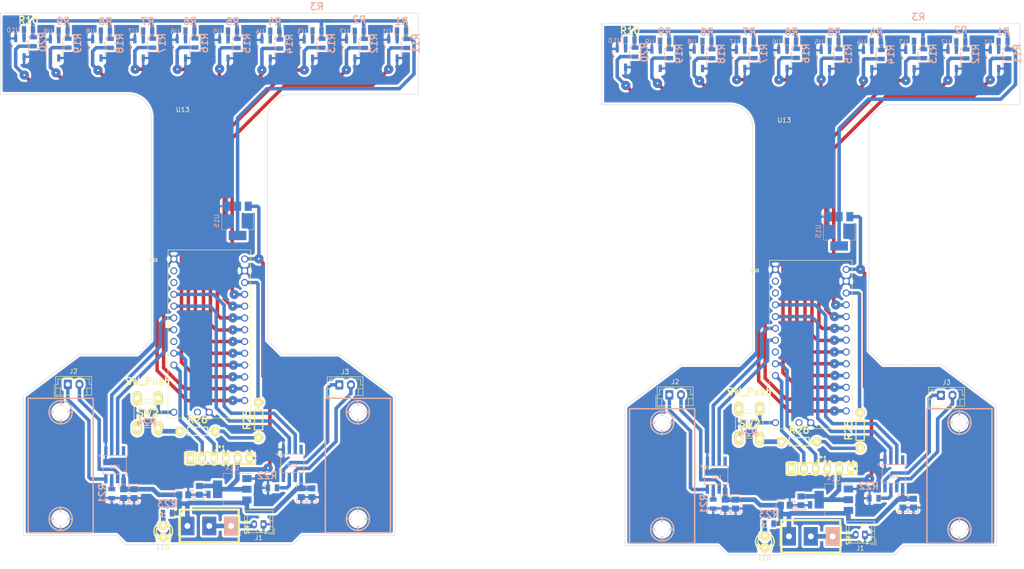
<source format=kicad_pcb>
(kicad_pcb (version 20211014) (generator pcbnew)
  (layers (0 "F.Cu" signal) (31 "B.Cu" signal) (34 "B.Paste" user) (35 "F.Paste" user) (36 "B.SilkS" user "B.Silkscreen") (37 "F.SilkS" user "F.Silkscreen") (38 "B.Mask" user) (39 "F.Mask" user) (44 "Edge.Cuts" user))
  (net 0 "")
  (net 1 "VCC")
  (net 2 "GND")
  (net 3 "+5V")
  (net 4 "Net-(D1-Pad2)")
  (net 5 "/MOTOR_IZQ_L")
  (net 6 "/MOTOR_IZQ_R")
  (net 7 "/MOTOR_DER_L")
  (net 8 "/MOTOR_DER_R")
  (net 9 "+3V3")
  (net 10 "Net-(R1-Pad2)")
  (net 11 "Net-(R2-Pad2)")
  (net 12 "Net-(R3-Pad2)")
  (net 13 "Net-(R4-Pad2)")
  (net 14 "Net-(R5-Pad2)")
  (net 15 "Net-(R6-Pad2)")
  (net 16 "Net-(R7-Pad2)")
  (net 17 "Net-(R8-Pad2)")
  (net 18 "Net-(R9-Pad2)")
  (net 19 "Net-(R10-Pad2)")
  (net 20 "/A9")
  (net 21 "/A6")
  (net 22 "/A7")
  (net 23 "/A8")
  (net 24 "/A2")
  (net 25 "/A3")
  (net 26 "/A4")
  (net 27 "/A5")
  (net 28 "/A0")
  (net 29 "/A1")
  (net 30 "Net-(R21-Pad1)")
  (net 31 "Net-(R22-Pad1)")
  (net 32 "/PIN_ENTER")
  (net 33 "/PIN_L_DER")
  (net 34 "/PIN_R_DER")
  (net 36 "/PIN_L_IZQ")
  (net 37 "/PIN_R_IZQ")
  (net 43 "/Tx")
  (net 44 "/Rx")
  (net 45 "Net-(SW1-Pad1)")
  (footprint "EESTN5:HC-05" (layer "F.Cu") (at 194.92 119.67)
    (fp_text reference "J*1")
    (fp_text value "HC-05" hide)
  )
  (footprint "EESTN5:RES0.3" (layer "F.Cu") (at 73.74 109.17 90)
    (fp_text reference "R25")
    (fp_text value "0" hide)
  )
  (footprint "EESTN5:HC-05" (layer "F.Cu") (at 65.42 117.42)
    (fp_text reference "J*1")
    (fp_text value "HC-05" hide)
  )
  (footprint "EESTN5:RES0.3" (layer "F.Cu") (at 60.62 111.62)
    (fp_text reference "R26")
    (fp_text value "0" hide)
  )
  (footprint "EESTN5:led_3mm_clear" (layer "F.Cu") (at 182.72 135.42 180)
    (fp_text reference "D1")
    (fp_text value "LED")
  )
  (footprint "EESTN5:RES0.3" (layer "F.Cu") (at 190.12 113.87)
    (fp_text reference "R26")
    (fp_text value "0" hide)
  )
  (footprint "Connector_JST:JST_EH_B2B-EH-A_1x02_P2.50mm_Vertical" (layer "F.Cu") (at 91.12 101.62)
    (fp_text reference "J3")
    (fp_text value "MOTOR DERECHO")
  )
  (footprint "EESTN5:led_3mm_clear" (layer "F.Cu") (at 53.22 133.17 180)
    (fp_text reference "D1")
    (fp_text value "LED")
  )
  (footprint "EESTN5:SW_SPDT_TH_Vertical" (layer "F.Cu") (at 63.12 132.02 -90)
    (fp_text reference "SW1")
    (fp_text value "SW_SPDT" hide)
  )
  (footprint "Connector_JST:JST_PH_B2B-PH-K_1x02_P2.00mm_Vertical" (layer "F.Cu") (at 74.78 131.67 180)
    (fp_text reference "J1")
    (fp_text value "BATT")
  )
  (footprint "Connector_JST:JST_EH_B2B-EH-A_1x02_P2.50mm_Vertical" (layer "F.Cu") (at 220.62 103.87)
    (fp_text reference "J3")
    (fp_text value "MOTOR DERECHO")
  )
  (footprint "EESTN5:SW_SPDT_TH_Vertical" (layer "F.Cu") (at 192.62 134.27 -90)
    (fp_text reference "SW1")
    (fp_text value "SW_SPDT" hide)
  )
  (footprint "EESTN5:RES0.3" (layer "F.Cu") (at 203.24 111.42 90)
    (fp_text reference "R25")
    (fp_text value "0" hide)
  )
  (footprint "Connector_JST:JST_EH_B2B-EH-A_1x02_P2.50mm_Vertical" (layer "F.Cu") (at 32.67 101.52)
    (fp_text reference "J2")
    (fp_text value "MOTOR IZQUIERDO")
  )
  (footprint "Connector_JST:JST_EH_B2B-EH-A_1x02_P2.50mm_Vertical" (layer "F.Cu") (at 162.17 103.77)
    (fp_text reference "J2")
    (fp_text value "MOTOR IZQUIERDO")
  )
  (footprint "DEV-15583:MODULE_DEV-15583" (layer "F.Cu") (at 63.12 91.02)
    (fp_text reference "U13")
    (fp_text value "DEV-15583")
  )
  (footprint "DEV-15583:MODULE_DEV-15583" (layer "F.Cu") (at 192.62 93.27)
    (fp_text reference "U13")
    (fp_text value "DEV-15583")
  )
  (footprint "EESTN5:Pulsador_TH_4" (layer "F.Cu") (at 179.37 109.97)
    (fp_text reference "SW2")
    (fp_text value "SW_Push")
  )
  (footprint "EESTN5:Pulsador_TH_4" (layer "F.Cu") (at 49.87 107.72)
    (fp_text reference "SW2")
    (fp_text value "SW_Push")
  )
  (footprint "Connector_JST:JST_PH_B2B-PH-K_1x02_P2.00mm_Vertical" (layer "F.Cu") (at 204.28 133.92 180)
    (fp_text reference "J1")
    (fp_text value "BATT")
  )
  (footprint "EESTN5:R_0805" (layer "B.Cu") (at 25.285 27.69575 90)
    (fp_text reference "R20")
    (fp_text value "10k" hide)
  )
  (footprint "EESTN5:R_0805" (layer "B.Cu") (at 180.46 30.25575 90)
    (fp_text reference "R17")
    (fp_text value "10k" hide)
  )
  (footprint "qre1113:SOIC180P460X187-4N" (layer "B.Cu") (at 186.61 31.484 180)
    (fp_text reference "U6")
    (fp_text value "QRE1113" hide)
  )
  (footprint "EESTN5:R_0805" (layer "B.Cu") (at 171.62 127.30575 -90)
    (fp_text reference "R21")
    (fp_text value "1" hide)
  )
  (footprint "EESTN5:R_0805" (layer "B.Cu") (at 198.68 30.294 90)
    (fp_text reference "R15")
    (fp_text value "10k" hide)
  )
  (footprint "EESTN5:R_0805" (layer "B.Cu") (at 54.12 129.27 180)
    (fp_text reference "R23")
    (fp_text value "1k" hide)
  )
  (footprint "EESTN5:C_0805" (layer "B.Cu") (at 187.1325 127.57 180)
    (fp_text reference "C5")
    (fp_text value "10uf" hide)
  )
  (footprint "EESTN5:R_0805" (layer "B.Cu") (at 216.92 30.26575 90)
    (fp_text reference "R13")
    (fp_text value "10k" hide)
  )
  (footprint "EESTN5:R_0805" (layer "B.Cu") (at 68.13 25.35575 180)
    (fp_text reference "R5")
    (fp_text value "120" hide)
  )
  (footprint "EESTN5:R_0805" (layer "B.Cu") (at 162.25 30.25575 90)
    (fp_text reference "R19")
    (fp_text value "10k" hide)
  )
  (footprint "EESTN5:R_0805" (layer "B.Cu") (at 154.785 29.94575 90)
    (fp_text reference "R20")
    (fp_text value "10k" hide)
  )
  (footprint "EESTN5:R_0805" (layer "B.Cu") (at 197.63 27.60575 180)
    (fp_text reference "R5")
    (fp_text value "120" hide)
  )
  (footprint "EESTN5:C_0805" (layer "B.Cu") (at 190.49 126.61 90)
    (fp_text reference "C6")
    (fp_text value "100nf" hide)
  )
  (footprint "qre1113:SOIC180P460X187-4N" (layer "B.Cu") (at 159.31 31.46575 180)
    (fp_text reference "U9")
    (fp_text value "QRE1113" hide)
  )
  (footprint "EESTN5:R_0805" (layer "B.Cu") (at 170.26 27.58575 180)
    (fp_text reference "R8")
    (fp_text value "120" hide)
  )
  (footprint "EESTN5:Pololu_Micro_Con_Soporte_Simple" (layer "B.Cu") (at 160.62 121.27 90)
    (fp_text reference "H2" hide)
    (fp_text value "Mounting_Hole" hide)
  )
  (footprint "EESTN5:C_0805" (layer "B.Cu") (at 44.69 125.0675 90)
    (fp_text reference "C1")
    (fp_text value "47uf" hide)
  )
  (footprint "EESTN5:R_0805" (layer "B.Cu") (at 96.56 28.05825 90)
    (fp_text reference "R12")
    (fp_text value "10k" hide)
  )
  (footprint "EESTN5:R_0805" (layer "B.Cu") (at 179.0675 109.97)
    (fp_text reference "R24")
    (fp_text value "10k" hide)
  )
  (footprint "qre1113:SOIC180P460X187-4N" (layer "B.Cu") (at 232.16 31.4875 180)
    (fp_text reference "U1")
    (fp_text value "QRE1113" hide)
  )
  (footprint "EESTN5:R_0805" (layer "B.Cu") (at 24.19675 25.04575 180)
    (fp_text reference "R10")
    (fp_text value "120" hide)
  )
  (footprint "Package_TO_SOT_SMD:SOT-223-3_TabPin2" (layer "B.Cu") (at 197.57 126.37 180)
    (fp_text reference "U14")
    (fp_text value "AP1117-50")
  )
  (footprint "EESTN5:R_0805" (layer "B.Cu") (at 207.82 30.4275 90)
    (fp_text reference "R14")
    (fp_text value "10k" hide)
  )
  (footprint "EESTN5:SSOP-8" (layer "B.Cu") (at 42.76 118.8475)
    (fp_text reference "U11")
    (fp_text value "DRV DER" hide)
  )
  (footprint "EESTN5:R_0805" (layer "B.Cu") (at 215.81175 27.55575 180)
    (fp_text reference "R3")
    (fp_text value "120" hide)
  )
  (footprint "EESTN5:R_0805" (layer "B.Cu") (at 95.41175 25.40575 180)
    (fp_text reference "R2")
    (fp_text value "120" hide)
  )
  (footprint "EESTN5:R_0805" (layer "B.Cu") (at 105.62 28.0675 90)
    (fp_text reference "R11")
    (fp_text value "10k" hide)
  )
  (footprint "qre1113:SOIC180P460X187-4N" (layer "B.Cu") (at 48.01 29.234 180)
    (fp_text reference "U7")
    (fp_text value "QRE1113" hide)
  )
  (footprint "qre1113:SOIC180P460X187-4N" (layer "B.Cu") (at 195.76 31.524 180)
    (fp_text reference "U5")
    (fp_text value "QRE1113" hide)
  )
  (footprint "EESTN5:Pololu_Micro_Con_Soporte_Simple" (layer "B.Cu") (at 95.12 119.02 -90)
    (fp_text reference "H4" hide)
    (fp_text value "Mounting_Hole" hide)
  )
  (footprint "EESTN5:R_0805" (layer "B.Cu") (at 31.65175 25.29575 180)
    (fp_text reference "R9")
    (fp_text value "120" hide)
  )
  (footprint "EESTN5:R_0805" (layer "B.Cu") (at 179.36 27.57575 180)
    (fp_text reference "R7")
    (fp_text value "120" hide)
  )
  (footprint "EESTN5:SSOP-8" (layer "B.Cu") (at 172.26 121.0975)
    (fp_text reference "U11")
    (fp_text value "DRV DER" hide)
  )
  (footprint "EESTN5:R_0805" (layer "B.Cu") (at 42.12 125.05575 -90)
    (fp_text reference "R21")
    (fp_text value "1" hide)
  )
  (footprint "EESTN5:C_0805" (layer "B.Cu") (at 174.19 127.3175 90)
    (fp_text reference "C1")
    (fp_text value "47uf" hide)
  )
  (footprint "Package_TO_SOT_SMD:SOT-223-3_TabPin2" (layer "B.Cu") (at 68.07 124.12 180)
    (fp_text reference "U14")
    (fp_text value "AP1117-50")
  )
  (footprint "EESTN5:R_0805" (layer "B.Cu") (at 224.91175 27.65575 180)
    (fp_text reference "R2")
    (fp_text value "120" hide)
  )
  (footprint "qre1113:SOIC180P460X187-4N" (layer "B.Cu") (at 66.26 29.274 180)
    (fp_text reference "U5")
    (fp_text value "QRE1113" hide)
  )
  (footprint "EESTN5:C_0805" (layer "B.Cu") (at 212.44 127.1175 90)
    (fp_text reference "C2")
    (fp_text value "47uf" hide)
  )
  (footprint "EESTN5:C_0805" (layer "B.Cu") (at 85.22 124.8675 90)
    (fp_text reference "C4")
    (fp_text value "0.1uf" hide)
  )
  (footprint "Package_TO_SOT_SMD:SOT-223-3_TabPin2" (layer "B.Cu") (at 198.72 68.545 -90)
    (fp_text reference "U15")
    (fp_text value "AP1117-33")
  )
  (footprint "EESTN5:SSOP-8" (layer "B.Cu") (at 80.99 118.5575)
    (fp_text reference "U12")
    (fp_text value "DRV IZQ" hide)
  )
  (footprint "EESTN5:R_0805" (layer "B.Cu") (at 78.32 28.1775 90)
    (fp_text reference "R14")
    (fp_text value "10k" hide)
  )
  (footprint "qre1113:SOIC180P460X187-4N" (layer "B.Cu") (at 29.81 29.21575 180)
    (fp_text reference "U9")
    (fp_text value "QRE1113" hide)
  )
  (footprint "qre1113:SOIC180P460X187-4N" (layer "B.Cu") (at 38.91 29.234 180)
    (fp_text reference "U8")
    (fp_text value "QRE1113" hide)
  )
  (footprint "qre1113:SOIC180P460X187-4N" (layer "B.Cu") (at 84.46 29.274 180)
    (fp_text reference "U3")
    (fp_text value "QRE1113" hide)
  )
  (footprint "qre1113:SOIC180P460X187-4N" (layer "B.Cu") (at 22.345 28.95575 180)
    (fp_text reference "U10")
    (fp_text value "QRE1113" hide)
  )
  (footprint "EESTN5:R_0805" (layer "B.Cu") (at 153.69675 27.29575 180)
    (fp_text reference "R10")
    (fp_text value "120" hide)
  )
  (footprint "EESTN5:R_0805" (layer "B.Cu") (at 206.22 126.0535 180)
    (fp_text reference "R22")
    (fp_text value "1" hide)
  )
  (footprint "EESTN5:C_0805" (layer "B.Cu") (at 214.72 127.1175 90)
    (fp_text reference "C4")
    (fp_text value "0.1uf" hide)
  )
  (footprint "EESTN5:R_0805" (layer "B.Cu") (at 226.06 30.30825 90)
    (fp_text reference "R12")
    (fp_text value "10k" hide)
  )
  (footprint "EESTN5:R_0805" (layer "B.Cu") (at 235.12 30.3175 90)
    (fp_text reference "R11")
    (fp_text value "10k" hide)
  )
  (footprint "EESTN5:C_0805" (layer "B.Cu") (at 57.6325 125.32 180)
    (fp_text reference "C5")
    (fp_text value "10uf" hide)
  )
  (footprint "EESTN5:R_0805" (layer "B.Cu") (at 86.31175 25.30575 180)
    (fp_text reference "R3")
    (fp_text value "120" hide)
  )
  (footprint "EESTN5:C_0805" (layer "B.Cu") (at 82.94 124.8675 90)
    (fp_text reference "C2")
    (fp_text value "47uf" hide)
  )
  (footprint "EESTN5:Pololu_Micro_Con_Soporte_Simple" (layer "B.Cu") (at 224.62 121.27 -90)
    (fp_text reference "H4" hide)
    (fp_text value "Mounting_Hole" hide)
  )
  (footprint "EESTN5:R_0805" (layer "B.Cu") (at 234.01175 27.55575 180)
    (fp_text reference "R1")
    (fp_text value "120" hide)
  )
  (footprint "EESTN5:R_0805" (layer "B.Cu") (at 40.76 25.33575 180)
    (fp_text reference "R8")
    (fp_text value "120" hide)
  )
  (footprint "qre1113:SOIC180P460X187-4N" (layer "B.Cu") (at 102.66 29.2375 180)
    (fp_text reference "U1")
    (fp_text value "QRE1113" hide)
  )
  (footprint "EESTN5:R_0805" (layer "B.Cu") (at 41.86 28.0375 90)
    (fp_text reference "R18")
    (fp_text value "10k" hide)
  )
  (footprint "EESTN5:R_0805" (layer "B.Cu") (at 77.2125 25.36575 180)
    (fp_text reference "R4")
    (fp_text value "120" hide)
  )
  (footprint "EESTN5:R_0805" (layer "B.Cu") (at 189.56 30.20825 90)
    (fp_text reference "R16")
    (fp_text value "10k" hide)
  )
  (footprint "EESTN5:R_0805" (layer "B.Cu") (at 49.5675 107.72)
    (fp_text reference "R24")
    (fp_text value "10k" hide)
  )
  (footprint "EESTN5:SSOP-8" (layer "B.Cu") (at 210.49 120.8075)
    (fp_text reference "U12")
    (fp_text value "DRV IZQ" hide)
  )
  (footprint "EESTN5:R_0805" (layer "B.Cu") (at 32.75 28.00575 90)
    (fp_text reference "R19")
    (fp_text value "10k" hide)
  )
  (footprint "qre1113:SOIC180P460X187-4N" (layer "B.Cu") (at 93.56 29.25575 180)
    (fp_text reference "U2")
    (fp_text value "QRE1113" hide)
  )
  (footprint "EESTN5:R_0805" (layer "B.Cu") (at 188.46 27.55575 180)
    (fp_text reference "R6")
    (fp_text value "120" hide)
  )
  (footprint "EESTN5:R_0805" (layer "B.Cu") (at 60.06 27.95825 90)
    (fp_text reference "R16")
    (fp_text value "10k" hide)
  )
  (footprint "qre1113:SOIC180P460X187-4N" (layer "B.Cu") (at 75.36 29.274 180)
    (fp_text reference "U4")
    (fp_text value "QRE1113" hide)
  )
  (footprint "qre1113:SOIC180P460X187-4N" (layer "B.Cu") (at 177.51 31.484 180)
    (fp_text reference "U7")
    (fp_text value "QRE1113" hide)
  )
  (footprint "qre1113:SOIC180P460X187-4N" (layer "B.Cu") (at 168.41 31.484 180)
    (fp_text reference "U8")
    (fp_text value "QRE1113" hide)
  )
  (footprint "EESTN5:C_0805" (layer "B.Cu") (at 60.99 124.36 90)
    (fp_text reference "C6")
    (fp_text value "100nf" hide)
  )
  (footprint "Package_TO_SOT_SMD:SOT-223-3_TabPin2" (layer "B.Cu") (at 69.22 66.295 -90)
    (fp_text reference "U15")
    (fp_text value "AP1117-33")
  )
  (footprint "qre1113:SOIC180P460X187-4N" (layer "B.Cu") (at 204.86 31.524 180)
    (fp_text reference "U4")
    (fp_text value "QRE1113" hide)
  )
  (footprint "EESTN5:R_0805" (layer "B.Cu") (at 76.72 123.8035 180)
    (fp_text reference "R22")
    (fp_text value "1" hide)
  )
  (footprint "EESTN5:C_0805" (layer "B.Cu") (at 46.92 125.0675 90)
    (fp_text reference "C3")
    (fp_text value "0.1uf" hide)
  )
  (footprint "EESTN5:R_0805" (layer "B.Cu") (at 104.51175 25.30575 180)
    (fp_text reference "R1")
    (fp_text value "120" hide)
  )
  (footprint "qre1113:SOIC180P460X187-4N" (layer "B.Cu") (at 57.11 29.234 180)
    (fp_text reference "U6")
    (fp_text value "QRE1113" hide)
  )
  (footprint "EESTN5:R_0805" (layer "B.Cu") (at 49.86 25.32575 180)
    (fp_text reference "R7")
    (fp_text value "120" hide)
  )
  (footprint "EESTN5:R_0805" (layer "B.Cu") (at 206.7125 27.61575 180)
    (fp_text reference "R4")
    (fp_text value "120" hide)
  )
  (footprint "qre1113:SOIC180P460X187-4N" (layer "B.Cu") (at 223.06 31.50575 180)
    (fp_text reference "U2")
    (fp_text value "QRE1113" hide)
  )
  (footprint "EESTN5:R_0805" (layer "B.Cu") (at 161.15175 27.54575 180)
    (fp_text reference "R9")
    (fp_text value "120" hide)
  )
  (footprint "qre1113:SOIC180P460X187-4N" (layer "B.Cu") (at 151.845 31.20575 180)
    (fp_text reference "U10")
    (fp_text value "QRE1113" hide)
  )
  (footprint "EESTN5:C_0805" (layer "B.Cu") (at 176.42 127.3175 90)
    (fp_text reference "C3")
    (fp_text value "0.1uf" hide)
  )
  (footprint "EESTN5:Pololu_Micro_Con_Soporte_Simple" (layer "B.Cu") (at 31.12 119.02 90)
    (fp_text reference "H2" hide)
    (fp_text value "Mounting_Hole" hide)
  )
  (footprint "EESTN5:R_0805" (layer "B.Cu") (at 171.36 30.2875 90)
    (fp_text reference "R18")
    (fp_text value "10k" hide)
  )
  (footprint "qre1113:SOIC180P460X187-4N" (layer "B.Cu") (at 213.96 31.524 180)
    (fp_text reference "U3")
    (fp_text value "QRE1113" hide)
  )
  (footprint "EESTN5:R_0805" (layer "B.Cu") (at 183.62 131.52 180)
    (fp_text reference "R23")
    (fp_text value "1k" hide)
  )
  (footprint "EESTN5:R_0805" (layer "B.Cu") (at 69.18 28.044 90)
    (fp_text reference "R15")
    (fp_text value "10k" hide)
  )
  (footprint "EESTN5:R_0805" (layer "B.Cu") (at 58.96 25.30575 180)
    (fp_text reference "R6")
    (fp_text value "120" hide)
  )
  (footprint "EESTN5:R_0805" (layer "B.Cu") (at 87.42 28.01575 90)
    (fp_text reference "R13")
    (fp_text value "10k" hide)
  )
  (footprint "EESTN5:R_0805" (layer "B.Cu") (at 50.96 28.00575 90)
    (fp_text reference "R17")
    (fp_text value "10k" hide)
  )
  (gr_line (start 164.62 97.27) (end 152.62 106.27) (layer "Edge.Cuts") (width 0.1))
  (gr_line (start 75.62 59.01) (end 75.62 73.02) (layer "Edge.Cuts") (width 0.1))
  (gr_line (start 232.62 106.27) (end 232.62 136.27) (layer "Edge.Cuts") (width 0.1))
  (gr_line (start 237.62 23.77) (end 237.62 29.27) (layer "Edge.Cuts") (width 0.1))
  (gr_line (start 18.12 21.52) (end 108.12 21.52) (layer "Edge.Cuts") (width 0.1))
  (gr_line (start 103.12 104.02) (end 103.12 134.02) (layer "Edge.Cuts") (width 0.1))
  (gr_line (start 108.12 21.52) (end 108.12 27.02) (layer "Edge.Cuts") (width 0.1))
  (gr_line (start 180.134466 46.265534) (end 180.134466 61.265534) (layer "Edge.Cuts") (width 0.1))
  (gr_line (start 50.62 92.02) (end 47.62 95.02) (layer "Edge.Cuts") (width 0.1))
  (gr_line (start 180.12 75.27) (end 180.134466 61.265534) (layer "Edge.Cuts") (width 0.1))
  (gr_line (start 147.62 29.27) (end 147.62 41.27) (layer "Edge.Cuts") (width 0.1))
  (gr_line (start 175.12 41.27) (end 147.62 41.27) (layer "Edge.Cuts") (width 0.1))
  (gr_line (start 43.12 134.02) (end 23.12 134.02) (layer "Edge.Cuts") (width 0.1))
  (gr_line (start 210.12 41.26) (end 237.62 41.27) (layer "Edge.Cuts") (width 0.1))
  (gr_line (start 18.12 21.52) (end 18.12 27.02) (layer "Edge.Cuts") (width 0.1))
  (gr_line (start 172.62 136.27) (end 152.62 136.27) (layer "Edge.Cuts") (width 0.1))
  (gr_line (start 147.62 23.77) (end 147.62 29.27) (layer "Edge.Cuts") (width 0.1))
  (gr_line (start 18.12 27.02) (end 18.12 39.02) (layer "Edge.Cuts") (width 0.1))
  (gr_line (start 50.634466 44.015534) (end 50.634466 59.015534) (layer "Edge.Cuts") (width 0.1))
  (gr_line (start 91.12 95.02) (end 103.12 104.02) (layer "Edge.Cuts") (width 0.1))
  (gr_line (start 50.62 73.02) (end 50.62 92.02) (layer "Edge.Cuts") (width 0.1))
  (gr_line (start 205.12 75.27) (end 205.12 94.27) (layer "Edge.Cuts") (width 0.1))
  (gr_line (start 220.62 97.27) (end 232.62 106.27) (layer "Edge.Cuts") (width 0.1))
  (gr_line (start 75.62 92.02) (end 78.67 95.03) (layer "Edge.Cuts") (width 0.1))
  (gr_line (start 180.12 94.27) (end 177.12 97.27) (layer "Edge.Cuts") (width 0.1))
  (gr_line (start 152.62 106.27) (end 152.62 136.27) (layer "Edge.Cuts") (width 0.1))
  (gr_line (start 108.12 27.02) (end 108.12 39.02) (layer "Edge.Cuts") (width 0.1))
  (gr_line (start 83.12 134.02) (end 81.12 136.02) (layer "Edge.Cuts") (width 0.1))
  (gr_line (start 237.62 29.27) (end 237.62 41.27) (layer "Edge.Cuts") (width 0.1))
  (gr_line (start 212.62 136.27) (end 210.62 138.27) (layer "Edge.Cuts") (width 0.1))
  (gr_line (start 75.62 44.01) (end 75.62 59.01) (layer "Edge.Cuts") (width 0.1))
  (gr_line (start 75.62 73.02) (end 75.62 92.02) (layer "Edge.Cuts") (width 0.1))
  (gr_arc (start 75.62 44.01) (mid 77.084466 40.474466) (end 80.62 39.01) (layer "Edge.Cuts") (width 0.1))
  (gr_line (start 205.12 94.27) (end 208.17 97.28) (layer "Edge.Cuts") (width 0.1))
  (gr_line (start 23.12 104.02) (end 23.12 134.02) (layer "Edge.Cuts") (width 0.1))
  (gr_line (start 81.12 136.02) (end 45.12 136.02) (layer "Edge.Cuts") (width 0.1))
  (gr_line (start 205.12 46.26) (end 205.12 61.26) (layer "Edge.Cuts") (width 0.1))
  (gr_line (start 180.12 75.27) (end 180.12 94.27) (layer "Edge.Cuts") (width 0.1))
  (gr_line (start 35.12 95.02) (end 47.62 95.02) (layer "Edge.Cuts") (width 0.1))
  (gr_line (start 103.12 134.02) (end 83.12 134.02) (layer "Edge.Cuts") (width 0.1))
  (gr_line (start 208.17 97.28) (end 220.62 97.27) (layer "Edge.Cuts") (width 0.1))
  (gr_line (start 147.62 23.77) (end 237.62 23.77) (layer "Edge.Cuts") (width 0.1))
  (gr_line (start 172.62 136.27) (end 174.62 138.27) (layer "Edge.Cuts") (width 0.1))
  (gr_line (start 164.62 97.27) (end 177.12 97.27) (layer "Edge.Cuts") (width 0.1))
  (gr_line (start 80.62 39.01) (end 108.12 39.02) (layer "Edge.Cuts") (width 0.1))
  (gr_arc (start 205.12 46.26) (mid 206.584466 42.724466) (end 210.12 41.26) (layer "Edge.Cuts") (width 0.1))
  (gr_arc (start 45.634466 39.015534) (mid 49.17 40.48) (end 50.634466 44.015534) (layer "Edge.Cuts") (width 0.1))
  (gr_line (start 78.67 95.03) (end 91.12 95.02) (layer "Edge.Cuts") (width 0.1))
  (gr_line (start 205.12 61.26) (end 205.12 75.27) (layer "Edge.Cuts") (width 0.1))
  (gr_line (start 35.12 95.02) (end 23.12 104.02) (layer "Edge.Cuts") (width 0.1))
  (gr_arc (start 175.134466 41.265534) (mid 178.67 42.73) (end 180.134466 46.265534) (layer "Edge.Cuts") (width 0.1))
  (gr_line (start 50.62 73.02) (end 50.634466 59.015534) (layer "Edge.Cuts") (width 0.1))
  (gr_line (start 210.62 138.27) (end 174.62 138.27) (layer "Edge.Cuts") (width 0.1))
  (gr_line (start 232.62 136.27) (end 212.62 136.27) (layer "Edge.Cuts") (width 0.1))
  (gr_line (start 43.12 134.02) (end 45.12 136.02) (layer "Edge.Cuts") (width 0.1))
  (gr_line (start 45.62 39.02) (end 18.12 39.02) (layer "Edge.Cuts") (width 0.1))
  (segment (start 212.395 126.12) (end 212.44 126.165) (width 0.75) (layer "B.Cu") (net 1))
  (segment (start 180.515 126.365) (end 176.42 126.365) (width 1) (layer "B.Cu") (net 1))
  (segment (start 174.19 124.1225) (end 174.165 124.0975) (width 1) (layer "B.Cu") (net 1))
  (segment (start 186.18 127.57) (end 186.18 129.48) (width 1) (layer "B.Cu") (net 1))
  (segment (start 214.72 126.165) (end 212.44 126.165) (width 1) (layer "B.Cu") (net 1))
  (segment (start 52.22 125.32) (end 51.015 124.115) (width 1) (layer "B.Cu") (net 1))
  (segment (start 56.68 125.32) (end 52.22 125.32) (width 1) (layer "B.Cu") (net 1))
  (segment (start 200.071189 129.318811) (end 200.72 128.67) (width 1) (layer "B.Cu") (net 1))
  (segment (start 181.72 127.57) (end 180.515 126.365) (width 1) (layer "B.Cu") (net 1))
  (segment (start 85.22 123.915) (end 82.94 123.915) (width 1) (layer "B.Cu") (net 1))
  (segment (start 187.92 134.27) (end 187.92 129.67) (width 1) (layer "B.Cu") (net 1))
  (segment (start 186.18 131.11) (end 185.77 131.52) (width 1) (layer "B.Cu") (net 1))
  (segment (start 186.18 129.48) (end 186.18 131.02) (width 1) (layer "B.Cu") (net 1))
  (segment (start 188.271189 129.318811) (end 200.071189 129.318811) (width 1) (layer "B.Cu") (net 1))
  (segment (start 212.395 123.8075) (end 212.395 126.12) (width 0.75) (layer "B.Cu") (net 1))
  (segment (start 174.19 126.365) (end 176.42 126.365) (width 1) (layer "B.Cu") (net 1))
  (segment (start 186.18 129.48) (end 187.73 129.48) (width 1) (layer "B.Cu") (net 1))
  (segment (start 56.27 129.27) (end 55.0725 129.27) (width 1) (layer "B.Cu") (net 1))
  (segment (start 58.771189 127.068811) (end 70.571189 127.068811) (width 1) (layer "B.Cu") (net 1))
  (segment (start 186.18 127.57) (end 181.72 127.57) (width 1) (layer "B.Cu") (net 1))
  (segment (start 187.73 129.48) (end 187.92 129.67) (width 1) (layer "B.Cu") (net 1))
  (segment (start 56.68 128.86) (end 56.27 129.27) (width 1) (layer "B.Cu") (net 1))
  (segment (start 44.69 121.8725) (end 44.665 121.8475) (width 1) (layer "B.Cu") (net 1))
  (segment (start 200.72 131.02) (end 206.691438 131.02) (width 1) (layer "B.Cu") (net 1))
  (segment (start 82.046438 123.915) (end 82.94 123.915) (width 1) (layer "B.Cu") (net 1))
  (segment (start 186.18 131.02) (end 186.18 131.11) (width 1) (layer "B.Cu") (net 1))
  (segment (start 58.42 132.02) (end 58.42 127.42) (width 1) (layer "B.Cu") (net 1))
  (segment (start 71.22 128.77) (end 71.22 126.42) (width 1) (layer "B.Cu") (net 1))
  (segment (start 77.191438 128.77) (end 82.046438 123.915) (width 1) (layer "B.Cu") (net 1))
  (segment (start 187.92 129.67) (end 188.271189 129.318811) (width 1) (layer "B.Cu") (net 1))
  (segment (start 200.72 131.02) (end 200.72 128.67) (width 1) (layer "B.Cu") (net 1))
  (segment (start 44.69 124.115) (end 44.69 121.8725) (width 1) (layer "B.Cu") (net 1))
  (segment (start 70.571189 127.068811) (end 71.22 126.42) (width 1) (layer "B.Cu") (net 1))
  (segment (start 58.23 127.23) (end 58.42 127.42) (width 1) (layer "B.Cu") (net 1))
  (segment (start 56.68 125.32) (end 56.68 127.23) (width 1) (layer "B.Cu") (net 1))
  (segment (start 58.42 127.42) (end 58.771189 127.068811) (width 1) (layer "B.Cu") (net 1))
  (segment (start 51.015 124.115) (end 46.92 124.115) (width 1) (layer "B.Cu") (net 1))
  (segment (start 82.895 121.5575) (end 82.895 123.87) (width 0.75) (layer "B.Cu") (net 1))
  (segment (start 206.691438 131.02) (end 211.546438 126.165) (width 1) (layer "B.Cu") (net 1))
  (segment (start 44.69 124.115) (end 46.92 124.115) (width 1) (layer "B.Cu") (net 1))
  (segment (start 56.68 127.23) (end 58.23 127.23) (width 1) (layer "B.Cu") (net 1))
  (segment (start 56.68 127.23) (end 56.68 128.77) (width 1) (layer "B.Cu") (net 1))
  (segment (start 174.19 126.365) (end 174.19 124.1225) (width 1) (layer "B.Cu") (net 1))
  (segment (start 56.68 128.77) (end 56.68 128.86) (width 1) (layer "B.Cu") (net 1))
  (segment (start 82.895 123.87) (end 82.94 123.915) (width 0.75) (layer "B.Cu") (net 1))
  (segment (start 71.22 128.77) (end 77.191438 128.77) (width 1) (layer "B.Cu") (net 1))
  (segment (start 185.77 131.52) (end 184.5725 131.52) (width 1) (layer "B.Cu") (net 1))
  (segment (start 211.546438 126.165) (end 212.44 126.165) (width 1) (layer "B.Cu") (net 1))
  (segment (start 174.17825 128.25825) (end 174.19 128.27) (width 1) (layer "B.Cu") (net 2))
  (segment (start 44.67825 126.00825) (end 44.69 126.02) (width 1) (layer "B.Cu") (net 2))
  (segment (start 76.17 119.16) (end 76.17 101.22) (width 0.75) (layer "F.Cu") (net 3))
  (segment (start 74.69 99.74) (end 74.69 75.36) (width 0.75) (layer "F.Cu") (net 3))
  (segment (start 205.67 103.47) (end 204.19 101.99) (width 0.75) (layer "F.Cu") (net 3))
  (segment (start 74.69 75.36) (end 73.8 74.47) (width 0.75) (layer "F.Cu") (net 3))
  (segment (start 205.27 121.81) (end 205.67 121.41) (width 0.75) (layer "F.Cu") (net 3))
  (segment (start 205.67 121.41) (end 205.67 103.47) (width 0.75) (layer "F.Cu") (net 3))
  (segment (start 204.19 101.99) (end 204.19 77.61) (width 0.75) (layer "F.Cu") (net 3))
  (segment (start 76.17 101.22) (end 74.69 99.74) (width 0.75) (layer "F.Cu") (net 3))
  (segment (start 204.19 77.61) (end 203.3 76.72) (width 0.75) (layer "F.Cu") (net 3))
  (segment (start 75.77 119.56) (end 76.17 119.16) (width 0.75) (layer "F.Cu") (net 3))
  (via (at 205.27 121.81) (size 2) (drill 0.4) (layers "F.Cu" "B.Cu") (net 3))
  (via (at 73.8 74.47) (size 2) (drill 0.4) (layers "F.Cu" "B.Cu") (net 3))
  (via (at 203.3 76.72) (size 2) (drill 0.4) (layers "F.Cu" "B.Cu") (net 3))
  (via (at 75.77 119.56) (size 2) (drill 0.4) (layers "F.Cu" "B.Cu") (net 3))
  (segment (start 75.46 119.87) (end 69.29 119.87) (width 1) (layer "B.Cu") (net 3))
  (segment (start 194.42 126.37) (end 193.7075 125.6575) (width 1) (layer "B.Cu") (net 3))
  (segment (start 69.17 122.04) (end 69.17 119.87) (width 1) (layer "B.Cu") (net 3))
  (segment (start 194.42 126.37) (end 196.59 126.37) (width 1) (layer "B.Cu") (net 3))
  (segment (start 64.92 124.12) (end 71.22 124.12) (width 1) (layer "B.Cu") (net 3))
  (segment (start 69.29 119.87) (end 69.23 119.81) (width 1) (layer "B.Cu") (net 3))
  (segment (start 201.02 65.395) (end 202.97 65.395) (width 0.75) (layer "B.Cu") (net 3))
  (segment (start 73.8 74.47) (end 71.05 74.47) (width 0.75) (layer "B.Cu") (net 3))
  (segment (start 71.01 74.51) (end 70.74 74.51) (width 0.75) (layer "B.Cu") (net 3))
  (segment (start 64.92 124.12) (end 64.2075 123.4075) (width 1) (layer "B.Cu") (net 3))
  (segment (start 71.52 63.145) (end 73.47 63.145) (width 0.75) (layer "B.Cu") (net 3))
  (segment (start 200.51 76.76) (end 200.24 76.76) (width 0.75) (layer "B.Cu") (net 3))
  (segment (start 71.05 74.47) (end 71.01 74.51) (width 0.75) (layer "B.Cu") (net 3))
  (segment (start 202.97 65.395) (end 203.3 65.725) (width 0.75) (layer "B.Cu") (net 3))
  (segment (start 198.79 122.12) (end 198.73 122.06) (width 1) (layer "B.Cu") (net 3))
  (segment (start 73.47 63.145) (end 73.8 63.475) (width 0.75) (layer "B.Cu") (net 3))
  (segment (start 75.77 119.56) (end 75.46 119.87) (width 1) (layer "B.Cu") (net 3))
  (segment (start 64.92 124.12) (end 67.09 124.12) (width 1) (layer "B.Cu") (net 3))
  (segment (start 69.23 119.81) (end 69.23 117.42) (width 1) (layer "B.Cu") (net 3))
  (segment (start 198.67 124.29) (end 198.67 122.12) (width 1) (layer "B.Cu") (net 3))
  (segment (start 200.55 76.72) (end 200.51 76.76) (width 0.75) (layer "B.Cu") (net 3))
  (segment (start 203.3 76.72) (end 200.55 76.72) (width 0.75) (layer "B.Cu") (net 3))
  (segment (start 67.09 124.12) (end 69.17 122.04) (width 1) (layer "B.Cu") (net 3))
  (segment (start 193.7075 125.6575) (end 190.49 125.6575) (width 1) (layer "B.Cu") (net 3))
  (segment (start 205.27 121.81) (end 204.96 122.12) (width 1) (layer "B.Cu") (net 3))
  (segment (start 198.67 122.12) (end 198.73 122.06) (width 1) (layer "B.Cu") (net 3))
  (segment (start 69.17 119.87) (end 69.23 119.81) (width 1) (layer "B.Cu") (net 3))
  (segment (start 194.42 126.37) (end 200.72 126.37) (width 1) (layer "B.Cu") (net 3))
  (segment (start 73.8 63.475) (end 73.8 74.47) (width 0.75) (layer "B.Cu") (net 3))
  (segment (start 64.2075 123.4075) (end 60.99 123.4075) (width 1) (layer "B.Cu") (net 3))
  (segment (start 204.96 122.12) (end 198.79 122.12) (width 1) (layer "B.Cu") (net 3))
  (segment (start 203.3 65.725) (end 203.3 76.72) (width 0.75) (layer "B.Cu") (net 3))
  (segment (start 198.73 122.06) (end 198.73 119.67) (width 1) (layer "B.Cu") (net 3))
  (segment (start 196.59 126.37) (end 198.67 124.29) (width 1) (layer "B.Cu") (net 3))
  (segment (start 182.72 131.5725) (end 182.6675 131.52) (width 1) (layer "B.Cu") (net 4))
  (segment (start 182.6775 134.1075) (end 182.72 134.15) (width 1) (layer "B.Cu") (net 4))
  (segment (start 53.22 131.9) (end 53.22 129.3225) (width 1) (layer "B.Cu") (net 4))
  (segment (start 53.22 129.3225) (end 53.1675 129.27) (width 1) (layer "B.Cu") (net 4))
  (segment (start 53.1775 131.8575) (end 53.22 131.9) (width 1) (layer "B.Cu") (net 4))
  (segment (start 182.72 134.15) (end 182.72 131.5725) (width 1) (layer "B.Cu") (net 4))
  (segment (start 80.61952 118.37048) (end 79.085 119.905) (width 0.75) (layer "B.Cu") (net 5))
  (segment (start 89.3 101.62) (end 88.62 102.3) (width 0.75) (layer "B.Cu") (net 5))
  (segment (start 218.12 116.092912) (end 213.592432 120.62048) (width 0.75) (layer "B.Cu") (net 5))
  (segment (start 210.11952 120.62048) (end 208.585 122.155) (width 0.75) (layer "B.Cu") (net 5))
  (segment (start 88.62 113.842912) (end 84.092432 118.37048) (width 0.75) (layer "B.Cu") (net 5))
  (segment (start 88.62 102.3) (end 88.62 113.842912) (width 0.75) (layer "B.Cu") (net 5))
  (segment (start 79.085 119.905) (end 79.085 121.5575) (width 0.75) (layer "B.Cu") (net 5))
  (segment (start 208.585 122.155) (end 208.585 123.8075) (width 0.75) (layer "B.Cu") (net 5))
  (segment (start 218.12 104.55) (end 218.12 116.092912) (width 0.75) (layer "B.Cu") (net 5))
  (segment (start 91.12 101.62) (end 89.3 101.62) (width 0.75) (layer "B.Cu") (net 5))
  (segment (start 84.092432 118.37048) (end 80.61952 118.37048) (width 0.75) (layer "B.Cu") (net 5))
  (segment (start 218.8 103.87) (end 218.12 104.55) (width 0.75) (layer "B.Cu") (net 5))
  (segment (start 220.62 103.87) (end 218.8 103.87) (width 0.75) (layer "B.Cu") (net 5))
  (segment (start 213.592432 120.62048) (end 210.11952 120.62048) (width 0.75) (layer "B.Cu") (net 5))
  (segment (start 84.61 119.62) (end 82.22 119.62) (width 0.75) (layer "B.Cu") (net 6))
  (segment (start 93.62 101.62) (end 93.62 103.51) (width 0.75) (layer "B.Cu") (net 6))
  (segment (start 219.92 116.06) (end 214.11 121.87) (width 0.75) (layer "B.Cu") (net 6))
  (segment (start 223.12 105.76) (end 219.92 108.96) (width 0.75) (layer "B.Cu") (net 6))
  (segment (start 93.62 103.51) (end 90.42 106.71) (width 0.75) (layer "B.Cu") (net 6))
  (segment (start 223.12 103.87) (end 223.12 105.76) (width 0.75) (layer "B.Cu") (net 6))
  (segment (start 90.42 113.81) (end 84.61 119.62) (width 0.75) (layer "B.Cu") (net 6))
  (segment (start 82.22 119.62) (end 81.625 120.215) (width 0.75) (layer "B.Cu") (net 6))
  (segment (start 90.42 106.71) (end 90.42 113.81) (width 0.75) (layer "B.Cu") (net 6))
  (segment (start 211.72 121.87) (end 211.125 122.465) (width 0.75) (layer "B.Cu") (net 6))
  (segment (start 211.125 122.465) (end 211.125 123.8075) (width 0.75) (layer "B.Cu") (net 6))
  (segment (start 81.625 120.215) (end 81.625 121.5575) (width 0.75) (layer "B.Cu") (net 6))
  (segment (start 219.92 108.96) (end 219.92 116.06) (width 0.75) (layer "B.Cu") (net 6))
  (segment (start 214.11 121.87) (end 211.72 121.87) (width 0.75) (layer "B.Cu") (net 6))
  (segment (start 32.67 101.52) (end 32.67 104.77) (width 0.75) (layer "B.Cu") (net 7))
  (segment (start 170.2825 124.17) (end 170.355 124.0975) (width 0.75) (layer "B.Cu") (net 7))
  (segment (start 166.72 123.77) (end 167.12 124.17) (width 0.75) (layer "B.Cu") (net 7))
  (segment (start 40.7825 121.92) (end 40.855 121.8475) (width 0.75) (layer "B.Cu") (net 7))
  (segment (start 162.17 103.77) (end 162.17 107.02) (width 0.75) (layer "B.Cu") (net 7))
  (segment (start 167.12 124.17) (end 170.2825 124.17) (width 0.75) (layer "B.Cu") (net 7))
  (segment (start 37.62 121.92) (end 40.7825 121.92) (width 0.75) (layer "B.Cu") (net 7))
  (segment (start 162.17 107.02) (end 166.72 111.57) (width 0.75) (layer "B.Cu") (net 7))
  (segment (start 37.22 109.32) (end 37.22 121.52) (width 0.75) (layer "B.Cu") (net 7))
  (segment (start 37.22 121.52) (end 37.62 121.92) (width 0.75) (layer "B.Cu") (net 7))
  (segment (start 166.72 111.57) (end 166.72 123.77) (width 0.75) (layer "B.Cu") (net 7))
  (segment (start 32.67 104.77) (end 37.22 109.32) (width 0.75) (layer "B.Cu") (net 7))
  (segment (start 35.17 104.87) (end 39.42 109.12) (width 0.75) (layer "B.Cu") (net 8))
  (segment (start 168.92 111.37) (end 168.92 122.07) (width 0.75) (layer "B.Cu") (net 8))
  (segment (start 39.42 119.82) (end 42.6031 119.82) (width 0.75) (layer "B.Cu") (net 8))
  (segment (start 39.42 109.12) (end 39.42 119.82) (width 0.75) (layer "B.Cu") (net 8))
  (segment (start 172.1031 122.07) (end 172.895 122.8619) (width 0.75) (layer "B.Cu") (net 8))
  (segment (start 42.6031 119.82) (end 43.395 120.6119) (width 0.75) (layer "B.Cu") (net 8))
  (segment (start 172.895 122.8619) (end 172.895 124.0975) (width 0.75) (layer "B.Cu") (net 8))
  (segment (start 43.395 120.6119) (end 43.395 121.8475) (width 0.75) (layer "B.Cu") (net 8))
  (segment (start 164.67 103.77) (end 164.67 107.12) (width 0.75) (layer "B.Cu") (net 8))
  (segment (start 164.67 107.12) (end 168.92 111.37) (width 0.75) (layer "B.Cu") (net 8))
  (segment (start 168.92 122.07) (end 172.1031 122.07) (width 0.75) (layer "B.Cu") (net 8))
  (segment (start 35.17 101.52) (end 35.17 104.87) (width 0.75) (layer "B.Cu") (net 8))
  (segment (start 171.2125 27.58575) (end 171.2125 25.60825) (width 0.75) (layer "B.Cu") (net 9))
  (segment (start 209.825 25.45575) (end 207.665 25.45575) (width 0.75) (layer "B.Cu") (net 9))
  (segment (start 66.12 111.62) (end 64.43 111.62) (width 0.75) (layer "B.Cu") (net 9))
  (segment (start 203.12 107.49) (end 203.12 82.12) (width 0.75) (layer "B.Cu") (net 9))
  (segment (start 203.24 115.23) (end 203.18 115.29) (width 0.75) (layer "B.Cu") (net 9))
  (segment (start 200.7325 25.45575) (end 198.5825 25.45575) (width 0.75) (layer "B.Cu") (net 9))
  (segment (start 50.8125 25.32575) (end 50.8125 23.45825) (width 0.75) (layer "B.Cu") (net 9))
  (segment (start 25.14925 25.04575) (end 25.14925 26.6075) (width 0.75) (layer "B.Cu") (net 9))
  (segment (start 80.325 23.20575) (end 78.165 23.20575) (width 0.75) (layer "B.Cu") (net 9))
  (segment (start 180.3125 27.57575) (end 180.3125 29.15575) (width 0.75) (layer "B.Cu") (net 9))
  (segment (start 107.193011 34.646989) (end 107.193011 27.700989) (width 0.75) (layer "B.Cu") (net 9))
  (segment (start 234.56 25.45575) (end 226.06 25.45575) (width 0.75) (layer "B.Cu") (net 9))
  (segment (start 41.7125 26.9375) (end 41.86 27.085) (width 0.75) (layer "B.Cu") (net 9))
  (segment (start 107.193011 27.700989) (end 106.607022 27.115) (width 0.75) (layer "B.Cu") (net 9))
  (segment (start 75.52 37.82) (end 104.02 37.82) (width 0.75) (layer "B.Cu") (net 9))
  (segment (start 162.06 25.45575) (end 154.88425 25.45575) (width 0.75) (layer "B.Cu") (net 9))
  (segment (start 96.36425 25.40575) (end 96.36425 26.91) (width 0.75) (layer "B.Cu") (net 9))
  (segment (start 71.2325 23.20575) (end 69.0825 23.20575) (width 0.75) (layer "B.Cu") (net 9))
  (segment (start 50.56 23.20575) (end 41.56 23.20575) (width 0.75) (layer "B.Cu") (net 9))
  (segment (start 171.2125 27.58575) (end 171.2125 29.1875) (width 0.75) (layer "B.Cu") (net 9))
  (segment (start 218.86425 25.45575) (end 216.76425 25.45575) (width 0.75) (layer "B.Cu") (net 9))
  (segment (start 73.74 112.98) (end 73.68 113.04) (width 0.75) (layer "B.Cu") (net 9))
  (segment (start 154.64925 27.29575) (end 154.64925 28.8575) (width 0.75) (layer "B.Cu") (net 9))
  (segment (start 198.72 65.395) (end 198.72 71.695) (width 0.75) (layer "B.Cu") (net 9))
  (segment (start 197.04 115.29) (end 195.62 113.87) (width 0.75) (layer "B.Cu") (net 9))
  (segment (start 180.06 25.45575) (end 171.06 25.45575) (width 0.75) (layer "B.Cu") (net 9))
  (segment (start 209.825 25.45575) (end 200.7325 25.45575) (width 0.75) (layer "B.Cu") (net 9))
  (segment (start 69.0825 26.994) (end 69.18 27.0915) (width 0.75) (layer "B.Cu") (net 9))
  (segment (start 41.7125 25.33575) (end 41.7125 26.9375) (width 0.75) (layer "B.Cu") (net 9))
  (segment (start 207.82 27.77075) (end 207.665 27.61575) (width 0.75) (layer "B.Cu") (net 9))
  (segment (start 41.7125 23.35825) (end 41.56 23.20575) (width 0.75) (layer "B.Cu") (net 9))
  (segment (start 32.60425 26.9075) (end 32.75 27.05325) (width 0.75) (layer "B.Cu") (net 9))
  (segment (start 50.8125 26.90575) (end 50.96 27.05325) (width 0.75) (layer "B.Cu") (net 9))
  (segment (start 59.9125 25.30575) (end 59.9125 23.35325) (width 0.75) (layer "B.Cu") (net 9))
  (segment (start 69.695 43.645) (end 75.52 37.82) (width 0.75) (layer "B.Cu") (net 9))
  (segment (start 96.36425 23.4015) (end 96.36425 25.40575) (width 0.75) (layer "B.Cu") (net 9))
  (segment (start 78.165 23.20575) (end 78.165 25.36575) (width 0.75) (layer "B.Cu") (net 9))
  (segment (start 87.26425 25.30575) (end 87.26425 26.9075) (width 0.75) (layer "B.Cu") (net 9))
  (segment (start 162.10425 25.5) (end 162.06 25.45575) (width 0.75) (layer "B.Cu") (net 9))
  (segment (start 203.24 107.61) (end 203.12 107.49) (width 0.75) (layer "B.Cu") (net 9))
  (segment (start 216.76425 29.1575) (end 216.92 29.31325) (width 0.75) (layer "B.Cu") (net 9))
  (segment (start 105.06 23.20575) (end 96.56 23.20575) (width 0.75) (layer "B.Cu") (net 9))
  (segment (start 105.46425 23.61) (end 105.06 23.20575) (width 0.75) (layer "B.Cu") (net 9))
  (segment (start 41.7125 25.33575) (end 41.7125 23.35825) (width 0.75) (layer "B.Cu") (net 9))
  (segment (start 203.12 82.12) (end 202.84 81.84) (width 0.75) (layer "B.Cu") (net 9))
  (segment (start 73.68 113.04) (end 67.54 113.04) (width 0.75) (layer "B.Cu") (net 9))
  (segment (start 41.56 23.20575) (end 32.56 23.20575) (width 0.75) (layer "B.Cu") (net 9))
  (segment (start 56.81 111.62) (end 52.77 111.62) (width 1) (layer "B.Cu") (net 9))
  (segment (start 104.02 37.82) (end 107.193011 34.646989) (width 0.75) (layer "B.Cu") (net 9))
  (segment (start 69.0825 25.35575) (end 69.0825 26.994) (width 0.75) (layer "B.Cu") (net 9))
  (segment (start 25.14925 23.44075) (end 25.14925 25.04575) (width 0.75) (layer "B.Cu") (net 9))
  (segment (start 234.96425 25.86) (end 234.56 25.45575) (width 0.75) (layer "B.Cu") (net 9))
  (segment (start 198.5825 25.45575) (end 198.5825 27.60575) (width 0.75) (layer "B.Cu") (net 9))
  (segment (start 180.3125 29.15575) (end 180.46 29.30325) (width 0.75) (layer "B.Cu") (net 9))
  (segment (start 198.72 65.395) (end 198.72 46.37) (width 0.75) (layer "B.Cu") (net 9))
  (segment (start 154.88425 25.45575) (end 154.64925 25.69075) (width 0.75) (layer "B.Cu") (net 9))
  (segment (start 96.56 23.20575) (end 89.36425 23.20575) (width 0.75) (layer "B.Cu") (net 9))
  (segment (start 205.02 40.07) (end 233.52 40.07) (width 0.75) (layer "B.Cu") (net 9))
  (segment (start 186.31 113.87) (end 182.27 113.87) (width 1) (layer "B.Cu") (net 9))
  (segment (start 50.8125 25.32575) (end 50.8125 26.90575) (width 0.75) (layer "B.Cu") (net 9))
  (segment (start 87.26425 26.9075) (end 87.42 27.06325) (width 0.75) (layer "B.Cu") (net 9))
  (segment (start 32.60425 23.25) (end 32.56 23.20575) (width 0.75) (layer "B.Cu") (net 9))
  (segment (start 225.86425 29.16) (end 226.06 29.35575) (width 0.75) (layer "B.Cu") (net 9))
  (segment (start 105.46425 25.30575) (end 105.46425 26.95925) (width 0.75) (layer "B.Cu") (net 9))
  (segment (start 69.22 63.145) (end 69.22 69.445) (width 0.75) (layer "B.Cu") (net 9))
  (segment (start 25.38425 23.20575) (end 25.14925 23.44075) (width 0.75) (layer "B.Cu") (net 9))
  (segment (start 182.27 113.87) (end 181.62 113.22) (width 1) (layer "B.Cu") (net 9))
  (segment (start 203.18 115.29) (end 197.04 115.29) (width 0.75) (layer "B.Cu") (net 9))
  (segment (start 189.56 25.45575) (end 180.06 25.45575) (width 0.75) (layer "B.Cu") (net 9))
  (segment (start 73.62 105.24) (end 73.62 79.87) (width 0.75) (layer "B.Cu") (net 9))
  (segment (start 234.96425 27.55575) (end 234.96425 29.20925) (width 0.75) (layer "B.Cu") (net 9))
  (segment (start 162.10425 29.1575) (end 162.25 29.30325) (width 0.75) (layer "B.Cu") (net 9))
  (segment (start 171.06 25.45575) (end 162.06 25.45575) (width 0.75) (layer "B.Cu") (net 9))
  (segment (start 78.32 25.52075) (end 78.165 25.36575) (width 0.75) (layer "B.Cu") (net 9))
  (segment (start 59.9125 25.30575) (end 59.9125 26.85825) (width 0.75) (layer "B.Cu") (net 9))
  (segment (start 180.3125 25.70825) (end 180.06 25.45575) (width 0.75) (layer "B.Cu") (net 9))
  (segment (start 202.84 81.84) (end 200.24 81.84) (width 0.75) (layer "B.Cu") (net 9))
  (segment (start 87.26425 23.20575) (end 87.26425 25.30575) (width 0.75) (layer "B.Cu") (net 9))
  (segment (start 69.22 44.12) (end 69.695 43.645) (width 0.75) (layer "B.Cu") (net 9))
  (segment (start 236.107022 29.365) (end 235.12 29.365) (width 0.75) (layer "B.Cu") (net 9))
  (segment (start 236.693011 29.950989) (end 236.107022 29.365) (width 0.75) (layer "B.Cu") (net 9))
  (segment (start 218.86425 25.45575) (end 209.825 25.45575) (width 0.75) (layer "B.Cu") (net 9))
  (segment (start 189.4125 27.55575) (end 189.4125 25.60325) (width 0.75) (layer "B.Cu") (net 9))
  (segment (start 59.9125 26.85825) (end 60.06 27.00575) (width 0.75) (layer "B.Cu") (net 9))
  (segment (start 73.62 79.87) (end 73.34 79.59) (width 0.75) (layer "B.Cu") (net 9))
  (segment (start 171.2125 29.1875) (end 171.36 29.335) (width 0.75) (layer "B.Cu") (net 9))
  (segment (start 89.36425 23.20575) (end 80.325 23.20575) (width 0.75) (layer "B.Cu") (net 9))
  (segment (start 69.52 43.82) (end 69.695 43.645) (width 0.75) (layer "B.Cu") (net 9))
  (segment (start 96.36425 26.91) (end 96.56 27.10575) (width 0.75) (layer "B.Cu") (net 9))
  (segment (start 189.4125 25.60325) (end 189.56 25.45575) (width 0.75) (layer "B.Cu") (net 9))
  (segment (start 106.607022 27.115) (end 105.62 27.115) (width 0.75) (layer "B.Cu") (net 9))
  (segment (start 69.22 63.145) (end 69.22 44.12) (width 0.75) (layer "B.Cu") (net 9))
  (segment (start 32.56 23.20575) (end 25.38425 23.20575) (width 0.75) (layer "B.Cu") (net 9))
  (segment (start 198.5825 29.244) (end 198.68 29.3415) (width 0.75) (layer "B.Cu") (net 9))
  (segment (start 69.0825 23.20575) (end 69.0825 25.35575) (width 0.75) (layer "B.Cu") (net 9))
  (segment (start 78.32 27.225) (end 78.32 25.52075) (width 0.75) (layer "B.Cu") (net 9))
  (segment (start 199.195 45.895) (end 205.02 40.07) (width 0.75) (layer "B.Cu") (net 9))
  (segment (start 73.74 105.36) (end 73.62 105.24) (width 0.75) (layer "B.Cu") (net 9))
  (segment (start 234.96425 29.20925) (end 235.12 29.365) (width 0.75) (layer "B.Cu") (net 9))
  (segment (start 96.56 23.20575) (end 96.36425 23.4015) (width 0.75) (layer "B.Cu") (net 9))
  (segment (start 198.5825 27.60575) (end 198.5825 29.244) (width 0.75) (layer "B.Cu") (net 9))
  (segment (start 189.4125 29.10825) (end 189.56 29.25575) (width 0.75) (layer "B.Cu") (net 9))
  (segment (start 207.82 29.475) (end 207.82 27.77075) (width 0.75) (layer "B.Cu") (net 9))
  (segment (start 198.72 46.37) (end 199.195 45.895) (width 0.75) (layer "B.Cu") (net 9))
  (segment (start 216.76425 25.45575) (end 216.76425 27.55575) (width 0.75) (layer "B.Cu") (net 9))
  (segment (start 195.62 113.87) (end 193.93 113.87) (width 0.75) (layer "B.Cu") (net 9))
  (segment (start 234.96425 27.55575) (end 234.96425 25.86) (width 0.75) (layer "B.Cu") (net 9))
  (segment (start 154.64925 25.69075) (end 154.64925 27.29575) (width 0.75) (layer "B.Cu") (net 9))
  (segment (start 225.86425 27.65575) (end 225.86425 29.16) (width 0.75) (layer "B.Cu") (net 9))
  (segment (start 154.64925 28.8575) (end 154.785 28.99325) (width 0.75) (layer "B.Cu") (net 9))
  (segment (start 162.10425 27.54575) (end 162.10425 29.1575) (width 0.75) (layer "B.Cu") (net 9))
  (segment (start 71.2325 23.20575) (end 60.06 23.20575) (width 0.75) (layer "B.Cu") (net 9))
  (segment (start 105.46425 26.95925) (end 105.62 27.115) (width 0.75) (layer "B.Cu") (net 9))
  (segment (start 80.325 23.20575) (end 71.2325 23.20575) (width 0.75) (layer "B.Cu") (net 9))
  (segment (start 59.9125 23.35325) (end 60.06 23.20575) (width 0.75) (layer "B.Cu") (net 9))
  (segment (start 52.77 111.62) (end 52.12 110.97) (width 1) (layer "B.Cu") (net 9))
  (segment (start 67.54 113.04) (end 66.12 111.62) (width 0.75) (layer "B.Cu") (net 9))
  (segment (start 32.60425 25.29575) (end 32.60425 23.25) (width 0.75) (layer "B.Cu") (net 9))
  (segment (start 225.86425 25.6515) (end 225.86425 27.65575) (width 0.75) (layer "B.Cu") (net 9))
  (segment (start 189.4125 27.55575) (end 189.4125 29.10825) (width 0.75) (layer "B.Cu") (net 9))
  (segment (start 180.3125 27.57575) (end 180.3125 25.70825) (width 0.75) (layer "B.Cu") (net 9))
  (segment (start 89.36425 23.20575) (end 87.26425 23.20575) (width 0.75) (layer "B.Cu") (net 9))
  (segment (start 73.34 79.59) (end 70.74 79.59) (width 0.75) (layer "B.Cu") (net 9))
  (segment (start 207.665 25.45575) (end 207.665 27.61575) (width 0.75) (layer "B.Cu") (net 9))
  (segment (start 226.06 25.45575) (end 225.86425 25.6515) (width 0.75) (layer "B.Cu") (net 9))
  (segment (start 216.76425 27.55575) (end 216.76425 29.1575) (width 0.75) (layer "B.Cu") (net 9))
  (segment (start 32.60425 25.29575) (end 32.60425 26.9075) (width 0.75) (layer "B.Cu") (net 9))
  (segment (start 50.8125 23.45825) (end 50.56 23.20575) (width 0.75) (layer "B.Cu") (net 9))
  (segment (start 25.14925 26.6075) (end 25.285 26.74325) (width 0.75) (layer "B.Cu") (net 9))
  (segment (start 60.06 23.20575) (end 50.56 23.20575) (width 0.75) (layer "B.Cu") (net 9))
  (segment (start 162.10425 27.54575) (end 162.10425 25.5) (width 0.75) (layer "B.Cu") (net 9))
  (segment (start 200.7325 25.45575) (end 189.56 25.45575) (width 0.75) (layer "B.Cu") (net 9))
  (segment (start 236.693011 36.896989) (end 236.693011 29.950989) (width 0.75) (layer "B.Cu") (net 9))
  (segment (start 171.2125 25.60825) (end 171.06 25.45575) (width 0.75) (layer "B.Cu") (net 9))
  (segment (start 105.46425 25.30575) (end 105.46425 23.61) (width 0.75) (layer "B.Cu") (net 9))
  (segment (start 199.02 46.07) (end 199.195 45.895) (width 0.75) (layer "B.Cu") (net 9))
  (segment (start 233.52 40.07) (end 236.693011 36.896989) (width 0.75) (layer "B.Cu") (net 9))
  (segment (start 226.06 25.45575) (end 218.86425 25.45575) (width 0.75) (layer "B.Cu") (net 9))
  (segment (start 233.05925 27.55575) (end 233.05925 29.51175) (width 0.75) (layer "B.Cu") (net 10))
  (segment (start 103.55925 27.26175) (end 103.56 27.2625) (width 0.75) (layer "B.Cu") (net 10))
  (segment (start 233.05925 29.51175) (end 233.06 29.5125) (width 0.75) (layer "B.Cu") (net 10))
  (segment (start 103.55925 25.30575) (end 103.55925 27.26175) (width 0.75) (layer "B.Cu") (net 10))
  (segment (start 94.45925 25.40575) (end 94.45925 27.28) (width 0.75) (layer "B.Cu") (net 11))
  (segment (start 223.95925 27.65575) (end 223.95925 29.53) (width 0.75) (layer "B.Cu") (net 11))
  (segment (start 223.95925 29.53) (end 223.96 29.53075) (width 0.75) (layer "B.Cu") (net 11))
  (segment (start 94.45925 27.28) (end 94.46 27.28075) (width 0.75) (layer "B.Cu") (net 11))
  (segment (start 214.85925 29.54825) (end 214.86 29.549) (width 0.75) (layer "B.Cu") (net 12))
  (segment (start 85.35925 25.30575) (end 85.35925 27.29825) (width 0.75) (layer "B.Cu") (net 12))
  (segment (start 214.85925 27.55575) (end 214.85925 29.54825) (width 0.75) (layer "B.Cu") (net 12))
  (segment (start 85.35925 27.29825) (end 85.36 27.299) (width 0.75) (layer "B.Cu") (net 12))
  (segment (start 205.76 29.549) (end 205.76 27.61575) (width 0.75) (layer "B.Cu") (net 13))
  (segment (start 76.26 27.299) (end 76.26 25.36575) (width 0.75) (layer "B.Cu") (net 13))
  (segment (start 67.1775 27.2815) (end 67.16 27.299) (width 0.75) (layer "B.Cu") (net 14))
  (segment (start 67.1775 25.35575) (end 67.1775 27.2815) (width 0.75) (layer "B.Cu") (net 14))
  (segment (start 196.6775 29.5315) (end 196.66 29.549) (width 0.75) (layer "B.Cu") (net 14))
  (segment (start 196.6775 27.60575) (end 196.6775 29.5315) (width 0.75) (layer "B.Cu") (net 14))
  (segment (start 58.0075 27.2565) (end 58.01 27.259) (width 0.75) (layer "B.Cu") (net 15))
  (segment (start 58.0075 25.30575) (end 58.0075 27.2565) (width 0.75) (layer "B.Cu") (net 15))
  (segment (start 187.5075 27.55575) (end 187.5075 29.5065) (width 0.75) (layer "B.Cu") (net 15))
  (segment (start 187.5075 29.5065) (end 187.51 29.509) (width 0.75) (layer "B.Cu") (net 15))
  (segment (start 178.4075 27.57575) (end 178.4075 29.5065) (width 0.75) (layer "B.Cu") (net 16))
  (segment (start 48.9075 25.32575) (end 48.9075 27.2565) (width 0.75) (layer "B.Cu") (net 16))
  (segment (start 178.4075 29.5065) (end 178.41 29.509) (width 0.75) (layer "B.Cu") (net 16))
  (segment (start 48.9075 27.2565) (end 48.91 27.259) (width 0.75) (layer "B.Cu") (net 16))
  (segment (start 39.8075 27.2565) (end 39.81 27.259) (width 0.75) (layer "B.Cu") (net 17))
  (segment (start 39.8075 25.33575) (end 39.8075 27.2565) (width 0.75) (layer "B.Cu") (net 17))
  (segment (start 169.3075 29.5065) (end 169.31 29.509) (width 0.75) (layer "B.Cu") (net 17))
  (segment (start 169.3075 27.58575) (end 169.3075 29.5065) (width 0.75) (layer "B.Cu") (net 17))
  (segment (start 160.19925 29.48) (end 160.21 29.49075) (width 0.75) (layer "B.Cu") (net 18))
  (segment (start 30.69925 25.29575) (end 30.69925 27.23) (width 0.75) (layer "B.Cu") (net 18))
  (segment (start 160.19925 27.54575) (end 160.19925 29.48) (width 0.75) (layer "B.Cu") (net 18))
  (segment (start 30.69925 27.23) (end 30.71 27.24075) (width 0.75) (layer "B.Cu") (net 18))
  (segment (start 152.74425 27.29575) (end 152.74425 29.23) (width 0.75) (layer "B.Cu") (net 19))
  (segment (start 23.24425 26.98) (end 23.245 26.98075) (width 0.75) (layer "B.Cu") (net 19))
  (segment (start 23.24425 25.04575) (end 23.24425 26.98) (width 0.75) (layer "B.Cu") (net 19))
  (segment (start 152.74425 29.23) (end 152.745 29.23075) (width 0.75) (layer "B.Cu") (net 19))
  (segment (start 79.46048 37.05952) (end 98.31048 37.05952) (width 0.75) (layer "F.Cu") (net 20))
  (segment (start 197.553127 83.953127) (end 197.553127 50.716873) (width 0.75) (layer "F.Cu") (net 20))
  (segment (start 68.053127 48.466873) (end 79.46048 37.05952) (width 0.75) (layer "F.Cu") (net 20))
  (segment (start 68.053127 81.703127) (end 68.053127 48.466873) (width 0.75) (layer "F.Cu") (net 20))
  (segment (start 208.96048 39.30952) (end 227.81048 39.30952) (width 0.75) (layer "F.Cu") (net 20))
  (segment (start 227.81048 39.30952) (end 231.24 35.88) (width 0.75) (layer "F.Cu") (net 20))
  (segment (start 197.553127 50.716873) (end 208.96048 39.30952) (width 0.75) (layer "F.Cu") (net 20))
  (segment (start 68.495 82.145) (end 68.053127 81.703127) (width 0.75) (layer "F.Cu") (net 20))
  (segment (start 98.31048 37.05952) (end 101.74 33.63) (width 0.75) (layer "F.Cu") (net 20))
  (segment (start 197.995 84.395) (end 197.553127 83.953127) (width 0.75) (layer "F.Cu") (net 20))
  (via (at 101.74 33.63) (size 2) (drill 0.4) (layers "F.Cu" "B.Cu") (net 20))
  (via (at 231.24 35.88) (size 2) (drill 0.4) (layers "F.Cu" "B.Cu") (net 20))
  (via (at 68.495 82.145) (size 2) (drill 0.4) (layers "F.Cu" "B.Cu") (net 20))
  (via (at 197.995 84.395) (size 2) (drill 0.4) (layers "F.Cu" "B.Cu") (net 20))
  (segment (start 101.76 33.61) (end 101.74 33.63) (width 0.75) (layer "B.Cu") (net 20))
  (segment (start 102.24575 29.02) (end 105.62 29.02) (width 0.75) (layer "B.Cu") (net 20))
  (segment (start 101.76 29.50575) (end 102.24575 29.02) (width 0.75) (layer "B.Cu") (net 20))
  (segment (start 197.995 84.395) (end 198.02 84.42) (width 0.75) (layer "B.Cu") (net 20))
  (segment (start 231.26 31.75575) (end 231.74575 31.27) (width 0.75) (layer "B.Cu") (net 20))
  (segment (start 231.74575 31.27) (end 235.12 31.27) (width 0.75) (layer "B.Cu") (net 20))
  (segment (start 68.52 82.17) (end 70.57 82.17) (width 0.75) (layer "B.Cu") (net 20))
  (segment (start 101.76 31.2125) (end 101.76 29.50575) (width 0.75) (layer "B.Cu") (net 20))
  (segment (start 231.26 33.4625) (end 231.26 31.75575) (width 0.75) (layer "B.Cu") (net 20))
  (segment (start 198.02 84.42) (end 200.07 84.42) (width 0.75) (layer "B.Cu") (net 20))
  (segment (start 101.76 31.2125) (end 101.76 33.61) (width 0.75) (layer "B.Cu") (net 20))
  (segment (start 231.26 35.86) (end 231.24 35.88) (width 0.75) (layer "B.Cu") (net 20))
  (segment (start 68.495 82.145) (end 68.52 82.17) (width 0.75) (layer "B.Cu") (net 20))
  (segment (start 231.26 33.4625) (end 231.26 35.86) (width 0.75) (layer "B.Cu") (net 20))
  (segment (start 194.09 92.06) (end 192.87 90.84) (width 0.75) (layer "F.Cu") (net 21))
  (segment (start 68.1545 89.81) (end 64.59 89.81) (width 0.75) (layer "F.Cu") (net 21))
  (segment (start 197.6545 92.06) (end 194.09 92.06) (width 0.75) (layer "F.Cu") (net 21))
  (segment (start 197.6945 92.02) (end 197.6545 92.06) (width 0.75) (layer "F.Cu") (net 21))
  (segment (start 64.59 89.81) (end 63.37 88.59) (width 0.75) (layer "F.Cu") (net 21))
  (segment (start 63.37 45.77) (end 74.46 34.68) (width 0.75) (layer "F.Cu") (net 21))
  (segment (start 203.96 36.93) (end 203.96 36.03) (width 0.75) (layer "F.Cu") (net 21))
  (segment (start 63.37 88.59) (end 63.37 45.77) (width 0.75) (layer "F.Cu") (net 21))
  (segment (start 192.87 90.84) (end 192.87 48.02) (width 0.75) (layer "F.Cu") (net 21))
  (segment (start 192.87 48.02) (end 203.96 36.93) (width 0.75) (layer "F.Cu") (net 21))
  (segment (start 74.46 34.68) (end 74.46 33.78) (width 0.75) (layer "F.Cu") (net 21))
  (segment (start 68.1945 89.77) (end 68.1545 89.81) (width 0.75) (layer "F.Cu") (net 21))
  (via (at 74.46 33.78) (size 2) (drill 0.4) (layers "F.Cu" "B.Cu") (net 21))
  (via (at 197.6945 92.02) (size 2) (drill 0.4) (layers "F.Cu" "B.Cu") (net 21))
  (via (at 68.1945 89.77) (size 2) (drill 0.4) (layers "F.Cu" "B.Cu") (net 21))
  (via (at 203.96 36.03) (size 2) (drill 0.4) (layers "F.Cu" "B.Cu") (net 21))
  (segment (start 200.24 92) (end 197.7145 92) (width 0.75) (layer "B.Cu") (net 21))
  (segment (start 74.46 29.30575) (end 74.63575 29.13) (width 0.75) (layer "B.Cu") (net 21))
  (segment (start 203.96 33.499) (end 203.96 31.55575) (width 0.75) (layer "B.Cu") (net 21))
  (segment (start 74.46 31.249) (end 74.46 29.30575) (width 0.75) (layer "B.Cu") (net 21))
  (segment (start 74.63575 29.13) (end 78.32 29.13) (width 0.75) (layer "B.Cu") (net 21))
  (segment (start 197.7145 92) (end 197.6945 92.02) (width 0.75) (layer "B.Cu") (net 21))
  (segment (start 203.96 33.499) (end 203.96 36.03) (width 0.75) (layer "B.Cu") (net 21))
  (segment (start 204.13575 31.38) (end 207.82 31.38) (width 0.75) (layer "B.Cu") (net 21))
  (segment (start 70.74 89.75) (end 68.2145 89.75) (width 0.75) (layer "B.Cu") (net 21))
  (segment (start 74.46 31.249) (end 74.46 33.78) (width 0.75) (layer "B.Cu") (net 21))
  (segment (start 203.96 31.55575) (end 204.13575 31.38) (width 0.75) (layer "B.Cu") (net 21))
  (segment (start 68.2145 89.75) (end 68.1945 89.77) (width 0.75) (layer "B.Cu") (net 21))
  (segment (start 197.6945 89.45) (end 195.06 89.45) (width 0.75) (layer "F.Cu") (net 22))
  (segment (start 77.85 33.79) (end 83.57 33.79) (width 0.75) (layer "F.Cu") (net 22))
  (segment (start 207.35 36.04) (end 213.07 36.04) (width 0.75) (layer "F.Cu") (net 22))
  (segment (start 194.37 88.76) (end 194.37 49.02) (width 0.75) (layer "F.Cu") (net 22))
  (segment (start 194.37 49.02) (end 207.35 36.04) (width 0.75) (layer "F.Cu") (net 22))
  (segment (start 64.87 86.51) (end 64.87 46.77) (width 0.75) (layer "F.Cu") (net 22))
  (segment (start 195.06 89.45) (end 194.37 88.76) (width 0.75) (layer "F.Cu") (net 22))
  (segment (start 64.87 46.77) (end 77.85 33.79) (width 0.75) (layer "F.Cu") (net 22))
  (segment (start 65.56 87.2) (end 64.87 86.51) (width 0.75) (layer "F.Cu") (net 22))
  (segment (start 68.1945 87.2) (end 65.56 87.2) (width 0.75) (layer "F.Cu") (net 22))
  (via (at 197.6945 89.45) (size 2) (drill 0.4) (layers "F.Cu" "B.Cu") (net 22))
  (via (at 68.1945 87.2) (size 2) (drill 0.4) (layers "F.Cu" "B.Cu") (net 22))
  (via (at 83.57 33.79) (size 2) (drill 0.4) (layers "F.Cu" "B.Cu") (net 22))
  (via (at 213.07 36.04) (size 2) (drill 0.4) (layers "F.Cu" "B.Cu") (net 22))
  (segment (start 70.74 87.21) (end 68.2045 87.21) (width 0.75) (layer "B.Cu") (net 22))
  (segment (start 213.06 36.03) (end 213.07 36.04) (width 0.75) (layer "B.Cu") (net 22))
  (segment (start 83.56 29.70575) (end 84.2975 28.96825) (width 0.75) (layer "B.Cu") (net 22))
  (segment (start 83.56 31.249) (end 83.56 29.70575) (width 0.75) (layer "B.Cu") (net 22))
  (segment (start 213.06 33.499) (end 213.06 31.95575) (width 0.75) (layer "B.Cu") (net 22))
  (segment (start 68.2045 87.21) (end 68.1945 87.2) (width 0.75) (layer "B.Cu") (net 22))
  (segment (start 197.7045 89.46) (end 197.6945 89.45) (width 0.75) (layer "B.Cu") (net 22))
  (segment (start 200.24 89.46) (end 197.7045 89.46) (width 0.75) (layer "B.Cu") (net 22))
  (segment (start 213.7975 31.21825) (end 216.92 31.21825) (width 0.75) (layer "B.Cu") (net 22))
  (segment (start 83.56 33.78) (end 83.57 33.79) (width 0.75) (layer "B.Cu") (net 22))
  (segment (start 213.06 33.499) (end 213.06 36.03) (width 0.75) (layer "B.Cu") (net 22))
  (segment (start 213.06 31.95575) (end 213.7975 31.21825) (width 0.75) (layer "B.Cu") (net 22))
  (segment (start 83.56 31.249) (end 83.56 33.78) (width 0.75) (layer "B.Cu") (net 22))
  (segment (start 84.2975 28.96825) (end 87.42 28.96825) (width 0.75) (layer "B.Cu") (net 22))
  (segment (start 197.6945 86.914186) (end 197.397668 86.914186) (width 0.75) (layer "F.Cu") (net 23))
  (segment (start 197.397668 86.914186) (end 195.87 85.386518) (width 0.75) (layer "F.Cu") (net 23))
  (segment (start 66.37 83.136518) (end 66.37 47.52) (width 0.75) (layer "F.Cu") (net 23))
  (segment (start 68.1945 84.664186) (end 67.897668 84.664186) (width 0.75) (layer "F.Cu") (net 23))
  (segment (start 220.08 38.06) (end 222.15 35.99) (width 0.75) (layer "F.Cu") (net 23))
  (segment (start 195.87 85.386518) (end 195.87 49.77) (width 0.75) (layer "F.Cu") (net 23))
  (segment (start 66.37 47.52) (end 78.08 35.81) (width 0.75) (layer "F.Cu") (net 23))
  (segment (start 78.08 35.81) (end 90.58 35.81) (width 0.75) (layer "F.Cu") (net 23))
  (segment (start 195.87 49.77) (end 207.58 38.06) (width 0.75) (layer "F.Cu") (net 23))
  (segment (start 207.58 38.06) (end 220.08 38.06) (width 0.75) (layer "F.Cu") (net 23))
  (segment (start 90.58 35.81) (end 92.65 33.74) (width 0.75) (layer "F.Cu") (net 23))
  (segment (start 67.897668 84.664186) (end 66.37 83.136518) (width 0.75) (layer "F.Cu") (net 23))
  (via (at 197.6945 86.914186) (size 2) (drill 0.4) (layers "F.Cu" "B.Cu") (net 23))
  (via (at 222.15 35.99) (size 2) (drill 0.4) (layers "F.Cu" "B.Cu") (net 23))
  (via (at 92.65 33.74) (size 2) (drill 0.4) (layers "F.Cu" "B.Cu") (net 23))
  (via (at 68.1945 84.664186) (size 2) (drill 0.4) (layers "F.Cu" "B.Cu") (net 23))
  (segment (start 93.255 29.01075) (end 96.56 29.01075) (width 0.75) (layer "B.Cu") (net 23))
  (segment (start 222.16 33.48075) (end 222.16 31.85575) (width 0.75) (layer "B.Cu") (net 23))
  (segment (start 92.66 29.60575) (end 93.255 29.01075) (width 0.75) (layer "B.Cu") (net 23))
  (segment (start 92.66 31.23075) (end 92.66 33.73) (width 0.75) (layer "B.Cu") (net 23))
  (segment (start 200.24 86.92) (end 197.700314 86.92) (width 0.75) (layer "B.Cu") (net 23))
  (segment (start 222.755 31.26075) (end 226.06 31.26075) (width 0.75) (layer "B.Cu") (net 23))
  (segment (start 92.66 33.73) (end 92.65 33.74) (width 0.75) (layer "B.Cu") (net 23))
  (segment (start 222.16 35.98) (end 222.15 35.99) (width 0.75) (layer "B.Cu") (net 23))
  (segment (start 222.16 33.48075) (end 222.16 35.98) (width 0.75) (layer "B.Cu") (net 23))
  (segment (start 222.16 31.85575) (end 222.755 31.26075) (width 0.75) (layer "B.Cu") (net 23))
  (segment (start 70.74 84.67) (end 68.200314 84.67) (width 0.75) (layer "B.Cu") (net 23))
  (segment (start 197.700314 86.92) (end 197.6945 86.914186) (width 0.75) (layer "B.Cu") (net 23))
  (segment (start 68.200314 84.67) (end 68.1945 84.664186) (width 0.75) (layer "B.Cu") (net 23))
  (segment (start 92.66 31.23075) (end 92.66 29.60575) (width 0.75) (layer "B.Cu") (net 23))
  (segment (start 186.639511 76.080891) (end 186.639511 99.019511) (width 0.75) (layer "F.Cu") (net 24))
  (segment (start 60.26 99.89) (end 68.1945 99.89) (width 0.75) (layer "F.Cu") (net 24))
  (segment (start 189.76 102.14) (end 197.6945 102.14) (width 0.75) (layer "F.Cu") (net 24))
  (segment (start 181.11596 37.89096) (end 186.62 43.395) (width 0.75) (layer "F.Cu") (net 24))
  (segment (start 186.62 76.06138) (end 186.639511 76.080891) (width 0.75) (layer "F.Cu") (net 24))
  (segment (start 57.12 41.145) (end 57.12 73.81138) (width 0.75) (layer "F.Cu") (net 24))
  (segment (start 186.639511 99.019511) (end 189.76 102.14) (width 0.75) (layer "F.Cu") (net 24))
  (segment (start 39.16 33.85) (end 40.95096 35.64096) (width 0.75) (layer "F.Cu") (net 24))
  (segment (start 40.95096 35.64096) (end 51.61596 35.64096) (width 0.75) (layer "F.Cu") (net 24))
  (segment (start 168.66 36.1) (end 170.45096 37.89096) (width 0.75) (layer "F.Cu") (net 24))
  (segment (start 170.45096 37.89096) (end 181.11596 37.89096) (width 0.75) (layer "F.Cu") (net 24))
  (segment (start 57.139511 73.830891) (end 57.139511 96.769511) (width 0.75) (layer "F.Cu") (net 24))
  (segment (start 57.139511 96.769511) (end 60.26 99.89) (width 0.75) (layer "F.Cu") (net 24))
  (segment (start 186.62 43.395) (end 186.62 76.06138) (width 0.75) (layer "F.Cu") (net 24))
  (segment (start 51.61596 35.64096) (end 57.12 41.145) (width 0.75) (layer "F.Cu") (net 24))
  (segment (start 57.12 73.81138) (end 57.139511 73.830891) (width 0.75) (layer "F.Cu") (net 24))
  (via (at 168.66 36.1) (size 2) (drill 0.4) (layers "F.Cu" "B.Cu") (net 24))
  (via (at 197.6945 102.14) (size 2) (drill 0.4) (layers "F.Cu" "B.Cu") (net 24))
  (via (at 68.1945 99.89) (size 2) (drill 0.4) (layers "F.Cu" "B.Cu") (net 24))
  (via (at 39.16 33.85) (size 2) (drill 0.4) (layers "F.Cu" "B.Cu") (net 24))
  (segment (start 197.6945 102.14) (end 197.7145 102.16) (width 0.75) (layer "B.Cu") (net 24))
  (segment (start 38.01 31.209) (end 38.01 29.75575) (width 0.75) (layer "B.Cu") (net 24))
  (segment (start 167.51 33.459) (end 167.51 32.00575) (width 0.75) (layer "B.Cu") (net 24))
  (segment (start 68.2145 99.91) (end 70.74 99.91) (width 0.75) (layer "B.Cu") (net 24))
  (segment (start 68.1945 99.89) (end 68.2145 99.91) (width 0.75) (layer "B.Cu") (net 24))
  (segment (start 168.27575 31.24) (end 171.36 31.24) (width 0.75) (layer "B.Cu") (net 24))
  (segment (start 38.01 32.7) (end 38.01 31.209) (width 0.75) (layer "B.Cu") (net 24))
  (segment (start 39.16 33.85) (end 38.01 32.7) (width 0.75) (layer "B.Cu") (net 24))
  (segment (start 38.01 29.75575) (end 38.77575 28.99) (width 0.75) (layer "B.Cu") (net 24))
  (segment (start 168.66 36.1) (end 167.51 34.95) (width 0.75) (layer "B.Cu") (net 24))
  (segment (start 167.51 32.00575) (end 168.27575 31.24) (width 0.75) (layer "B.Cu") (net 24))
  (segment (start 197.7145 102.16) (end 200.24 102.16) (width 0.75) (layer "B.Cu") (net 24))
  (segment (start 38.77575 28.99) (end 41.86 28.99) (width 0.75) (layer "B.Cu") (net 24))
  (segment (start 167.51 34.95) (end 167.51 33.459) (width 0.75) (layer "B.Cu") (net 24))
  (segment (start 190.55 99.62) (end 197.81 99.62) (width 0.75) (layer "F.Cu") (net 25))
  (segment (start 61.05 97.37) (end 68.31 97.37) (width 0.75) (layer "F.Cu") (net 25))
  (segment (start 188.12 41.37) (end 188.12 97.19) (width 0.75) (layer "F.Cu") (net 25))
  (segment (start 182.61 35.86) (end 188.12 41.37) (width 0.75) (layer "F.Cu") (net 25))
  (segment (start 188.12 97.19) (end 190.55 99.62) (width 0.75) (layer "F.Cu") (net 25))
  (segment (start 176.67 35.86) (end 182.61 35.86) (width 0.75) (layer "F.Cu") (net 25))
  (segment (start 53.11 33.61) (end 58.62 39.12) (width 0.75) (layer "F.Cu") (net 25))
  (segment (start 47.17 33.61) (end 53.11 33.61) (width 0.75) (layer "F.Cu") (net 25))
  (segment (start 58.62 39.12) (end 58.62 94.94) (width 0.75) (layer "F.Cu") (net 25))
  (segment (start 58.62 94.94) (end 61.05 97.37) (width 0.75) (layer "F.Cu") (net 25))
  (via (at 197.81 99.62) (size 2) (drill 0.4) (layers "F.Cu" "B.Cu") (net 25))
  (via (at 47.17 33.61) (size 2) (drill 0.4) (layers "F.Cu" "B.Cu") (net 25))
  (via (at 176.67 35.86) (size 2) (drill 0.4) (layers "F.Cu" "B.Cu") (net 25))
  (via (at 68.31 97.37) (size 2) (drill 0.4) (layers "F.Cu" "B.Cu") (net 25))
  (segment (start 177.3075 31.20825) (end 176.61 31.90575) (width 0.75) (layer "B.Cu") (net 25))
  (segment (start 176.61 35.8) (end 176.61 33.459) (width 0.75) (layer "B.Cu") (net 25))
  (segment (start 47.11 29.65575) (end 47.11 31.209) (width 0.75) (layer "B.Cu") (net 25))
  (segment (start 180.46 31.20825) (end 177.3075 31.20825) (width 0.75) (layer "B.Cu") (net 25))
  (segment (start 50.96 28.95825) (end 47.8075 28.95825) (width 0.75) (layer "B.Cu") (net 25))
  (segment (start 200.24 99.62) (end 197.81 99.62) (width 0.75) (layer "B.Cu") (net 25))
  (segment (start 70.74 97.37) (end 68.31 97.37) (width 0.75) (layer "B.Cu") (net 25))
  (segment (start 47.11 33.55) (end 47.11 31.209) (width 0.75) (layer "B.Cu") (net 25))
  (segment (start 176.67 35.86) (end 176.61 35.8) (width 0.75) (layer "B.Cu") (net 25))
  (segment (start 176.61 31.90575) (end 176.61 33.459) (width 0.75) (layer "B.Cu") (net 25))
  (segment (start 47.17 33.61) (end 47.11 33.55) (width 0.75) (layer "B.Cu") (net 25))
  (segment (start 47.8075 28.95825) (end 47.11 29.65575) (width 0.75) (layer "B.Cu") (net 25))
  (segment (start 189.675 35.9) (end 189.62 35.955) (width 0.75) (layer "F.Cu") (net 26))
  (segment (start 62.37 94.82) (end 68.2 94.82) (width 0.75) (layer "F.Cu") (net 26))
  (segment (start 60.12 92.57) (end 62.37 94.82) (width 0.75) (layer "F.Cu") (net 26))
  (segment (start 185.75 35.9) (end 189.675 35.9) (width 0.75) (layer "F.Cu") (net 26))
  (segment (start 60.12 33.705) (end 60.12 92.57) (width 0.75) (layer "F.Cu") (net 26))
  (segment (start 191.87 97.07) (end 197.7 97.07) (width 0.75) (layer "F.Cu") (net 26))
  (segment (start 56.25 33.65) (end 60.175 33.65) (width 0.75) (layer "F.Cu") (net 26))
  (segment (start 189.62 35.955) (end 189.62 94.82) (width 0.75) (layer "F.Cu") (net 26))
  (segment (start 60.175 33.65) (end 60.12 33.705) (width 0.75) (layer "F.Cu") (net 26))
  (segment (start 189.62 94.82) (end 191.87 97.07) (width 0.75) (layer "F.Cu") (net 26))
  (via (at 68.2 94.82) (size 2) (drill 0.4) (layers "F.Cu" "B.Cu") (net 26))
  (via (at 185.75 35.9) (size 2) (drill 0.4) (layers "F.Cu" "B.Cu") (net 26))
  (via (at 197.7 97.07) (size 2) (drill 0.4) (layers "F.Cu" "B.Cu") (net 26))
  (via (at 56.25 33.65) (size 2) (drill 0.4) (layers "F.Cu" "B.Cu") (net 26))
  (segment (start 56.21 31.209) (end 56.21 29.55575) (width 0.75) (layer "B.Cu") (net 26))
  (segment (start 56.25 33.65) (end 56.21 33.61) (width 0.75) (layer "B.Cu") (net 26))
  (segment (start 185.75 35.9) (end 185.71 35.86) (width 0.75) (layer "B.Cu") (net 26))
  (segment (start 68.21 94.83) (end 68.2 94.82) (width 0.75) (layer "B.Cu") (net 26))
  (segment (start 200.24 97.08) (end 197.71 97.08) (width 0.75) (layer "B.Cu") (net 26))
  (segment (start 197.71 97.08) (end 197.7 97.07) (width 0.75) (layer "B.Cu") (net 26))
  (segment (start 56.21 33.61) (end 56.21 31.209) (width 0.75) (layer "B.Cu") (net 26))
  (segment (start 185.71 31.80575) (end 186.355 31.16075) (width 0.75) (layer "B.Cu") (net 26))
  (segment (start 56.21 29.55575) (end 56.855 28.91075) (width 0.75) (layer "B.Cu") (net 26))
  (segment (start 70.74 94.83) (end 68.21 94.83) (width 0.75) (layer "B.Cu") (net 26))
  (segment (start 186.355 31.16075) (end 189.56 31.16075) (width 0.75) (layer "B.Cu") (net 26))
  (segment (start 56.855 28.91075) (end 60.06 28.91075) (width 0.75) (layer "B.Cu") (net 26))
  (segment (start 185.71 33.459) (end 185.71 31.80575) (width 0.75) (layer "B.Cu") (net 26))
  (segment (start 185.71 35.86) (end 185.71 33.459) (width 0.75) (layer "B.Cu") (net 26))
  (segment (start 65.29 33.6) (end 65.29 40.1) (width 0.75) (layer "F.Cu") (net 27))
  (segment (start 191.37 93.45) (end 192.47 94.55) (width 0.75) (layer "F.Cu") (net 27))
  (segment (start 62.97 92.3) (end 68.1945 92.3) (width 0.75) (layer "F.Cu") (net 27))
  (segment (start 65.29 40.1) (end 61.87 43.52) (width 0.75) (layer "F.Cu") (net 27))
  (segment (start 194.79 35.85) (end 194.79 42.35) (width 0.75) (layer "F.Cu") (net 27))
  (segment (start 191.37 45.77) (end 191.37 93.45) (width 0.75) (layer "F.Cu") (net 27))
  (segment (start 61.87 91.2) (end 62.97 92.3) (width 0.75) (layer "F.Cu") (net 27))
  (segment (start 194.85 35.79) (end 194.79 35.85) (width 0.75) (layer "F.Cu") (net 27))
  (segment (start 194.79 42.35) (end 191.37 45.77) (width 0.75) (layer "F.Cu") (net 27))
  (segment (start 192.47 94.55) (end 197.6945 94.55) (width 0.75) (layer "F.Cu") (net 27))
  (segment (start 65.35 33.54) (end 65.29 33.6) (width 0.75) (layer "F.Cu") (net 27))
  (segment (start 61.87 43.52) (end 61.87 91.2) (width 0.75) (layer "F.Cu") (net 27))
  (via (at 65.35 33.54) (size 2) (drill 0.4) (layers "F.Cu" "B.Cu") (net 27))
  (via (at 68.1945 92.3) (size 2) (drill 0.4) (layers "F.Cu" "B.Cu") (net 27))
  (via (at 194.85 35.79) (size 2) (drill 0.4) (layers "F.Cu" "B.Cu") (net 27))
  (via (at 197.6945 94.55) (size 2) (drill 0.4) (layers "F.Cu" "B.Cu") (net 27))
  (segment (start 195.26925 31.2465) (end 198.68 31.2465) (width 0.75) (layer "B.Cu") (net 27))
  (segment (start 200.24 94.54) (end 197.7045 94.54) (width 0.75) (layer "B.Cu") (net 27))
  (segment (start 194.86 31.65575) (end 195.26925 31.2465) (width 0.75) (layer "B.Cu") (net 27))
  (segment (start 194.86 35.78) (end 194.85 35.79) (width 0.75) (layer "B.Cu") (net 27))
  (segment (start 65.36 31.249) (end 65.36 33.53) (width 0.75) (layer "B.Cu") (net 27))
  (segment (start 65.36 29.40575) (end 65.76925 28.9965) (width 0.75) (layer "B.Cu") (net 27))
  (segment (start 197.7045 94.54) (end 197.6945 94.55) (width 0.75) (layer "B.Cu") (net 27))
  (segment (start 65.36 31.249) (end 65.36 29.40575) (width 0.75) (layer "B.Cu") (net 27))
  (segment (start 70.74 92.29) (end 68.2045 92.29) (width 0.75) (layer "B.Cu") (net 27))
  (segment (start 68.2045 92.29) (end 68.1945 92.3) (width 0.75) (layer "B.Cu") (net 27))
  (segment (start 194.86 33.499) (end 194.86 31.65575) (width 0.75) (layer "B.Cu") (net 27))
  (segment (start 65.76925 28.9965) (end 69.18 28.9965) (width 0.75) (layer "B.Cu") (net 27))
  (segment (start 65.36 33.53) (end 65.35 33.54) (width 0.75) (layer "B.Cu") (net 27))
  (segment (start 194.86 33.499) (end 194.86 35.78) (width 0.75) (layer "B.Cu") (net 27))
  (segment (start 181.395 100.785) (end 187.87 107.26) (width 0.75) (layer "F.Cu") (net 28))
  (segment (start 181.395 43.895) (end 181.395 100.785) (width 0.75) (layer "F.Cu") (net 28))
  (segment (start 51.895 98.535) (end 58.37 105.01) (width 0.75) (layer "F.Cu") (net 28))
  (segment (start 51.895 41.645) (end 51.895 98.535) (width 0.75) (layer "F.Cu") (net 28))
  (segment (start 156.065 40.39) (end 177.89 40.39) (width 0.75) (layer "F.Cu") (net 28))
  (segment (start 152.795 37.12) (end 156.065 40.39) (width 0.75) (layer "F.Cu") (net 28))
  (segment (start 58.37 105.01) (end 68.1945 105.01) (width 0.75) (layer "F.Cu") (net 28))
  (segment (start 177.89 40.39) (end 181.395 43.895) (width 0.75) (layer "F.Cu") (net 28))
  (segment (start 48.39 38.14) (end 51.895 41.645) (width 0.75) (layer "F.Cu") (net 28))
  (segment (start 23.295 34.87) (end 26.565 38.14) (width 0.75) (layer "F.Cu") (net 28))
  (segment (start 26.565 38.14) (end 48.39 38.14) (width 0.75) (layer "F.Cu") (net 28))
  (segment (start 187.87 107.26) (end 197.6945 107.26) (width 0.75) (layer "F.Cu") (net 28))
  (via (at 152.795 37.12) (size 2) (drill 0.4) (layers "F.Cu" "B.Cu") (net 28))
  (via (at 23.295 34.87) (size 2) (drill 0.4) (layers "F.Cu" "B.Cu") (net 28))
  (via (at 68.1945 105.01) (size 2) (drill 0.4) (layers "F.Cu" "B.Cu") (net 28))
  (via (at 197.6945 107.26) (size 2) (drill 0.4) (layers "F.Cu" "B.Cu") (net 28))
  (segment (start 152.795 37.12) (end 150.945 35.27) (width 0.75) (layer "B.Cu") (net 28))
  (segment (start 21.445 30.84575) (end 21.445 29.34575) (width 0.75) (layer "B.Cu") (net 28))
  (segment (start 22.1425 28.64825) (end 25.285 28.64825) (width 0.75) (layer "B.Cu") (net 28))
  (segment (start 21.445 29.34575) (end 22.1425 28.64825) (width 0.75) (layer "B.Cu") (net 28))
  (segment (start 21.445 33.02) (end 21.445 30.84575) (width 0.75) (layer "B.Cu") (net 28))
  (segment (start 197.7145 107.24) (end 197.6945 107.26) (width 0.75) (layer "B.Cu") (net 28))
  (segment (start 150.945 33.09575) (end 150.945 31.59575) (width 0.75) (layer "B.Cu") (net 28))
  (segment (start 68.2145 104.99) (end 68.1945 105.01) (width 0.75) (layer "B.Cu") (net 28))
  (segment (start 150.945 33.18075) (end 150.945 33.09575) (width 0.75) (layer "B.Cu") (net 28))
  (segment (start 150.945 35.27) (end 150.945 33.09575) (width 0.75) (layer "B.Cu") (net 28))
  (segment (start 150.945 31.59575) (end 151.6425 30.89825) (width 0.75) (layer "B.Cu") (net 28))
  (segment (start 200.24 107.24) (end 197.7145 107.24) (width 0.75) (layer "B.Cu") (net 28))
  (segment (start 151.6425 30.89825) (end 154.785 30.89825) (width 0.75) (layer "B.Cu") (net 28))
  (segment (start 21.445 30.93075) (end 21.445 30.84575) (width 0.75) (layer "B.Cu") (net 28))
  (segment (start 70.74 104.99) (end 68.2145 104.99) (width 0.75) (layer "B.Cu") (net 28))
  (segment (start 23.295 34.87) (end 21.445 33.02) (width 0.75) (layer "B.Cu") (net 28))
  (segment (start 32.60048 36.89048) (end 30.12 34.41) (width 0.75) (layer "F.Cu") (net 29))
  (segment (start 197.6945 104.71) (end 187.31 104.71) (width 0.75) (layer "F.Cu") (net 29))
  (segment (start 182.795 42.57) (end 179.36548 39.14048) (width 0.75) (layer "F.Cu") (net 29))
  (segment (start 53.295 40.32) (end 49.86548 36.89048) (width 0.75) (layer "F.Cu") (net 29))
  (segment (start 179.36548 39.14048) (end 162.10048 39.14048) (width 0.75) (layer "F.Cu") (net 29))
  (segment (start 57.81 102.46) (end 53.295 97.945) (width 0.75) (layer "F.Cu") (net 29))
  (segment (start 53.295 97.945) (end 53.295 40.32) (width 0.75) (layer "F.Cu") (net 29))
  (segment (start 187.31 104.71) (end 182.795 100.195) (width 0.75) (layer "F.Cu") (net 29))
  (segment (start 68.1945 102.46) (end 57.81 102.46) (width 0.75) (layer "F.Cu") (net 29))
  (segment (start 162.10048 39.14048) (end 159.62 36.66) (width 0.75) (layer "F.Cu") (net 29))
  (segment (start 49.86548 36.89048) (end 32.60048 36.89048) (width 0.75) (layer "F.Cu") (net 29))
  (segment (start 182.795 100.195) (end 182.795 42.57) (width 0.75) (layer "F.Cu") (net 29))
  (via (at 197.6945 104.71) (size 2) (drill 0.4) (layers "F.Cu" "B.Cu") (net 29))
  (via (at 68.1945 102.46) (size 2) (drill 0.4) (layers "F.Cu" "B.Cu") (net 29))
  (via (at 30.12 34.41) (size 2) (drill 0.4) (layers "F.Cu" "B.Cu") (net 29))
  (via (at 159.62 36.66) (size 2) (drill 0.4) (layers "F.Cu" "B.Cu") (net 29))
  (segment (start 68.2045 102.45) (end 68.1945 102.46) (width 0.75) (layer "B.Cu") (net 29))
  (segment (start 30.12 34.41) (end 28.91 33.2) (width 0.75) (layer "B.Cu") (net 29))
  (segment (start 197.7045 104.7) (end 197.6945 104.71) (width 0.75) (layer "B.Cu") (net 29))
  (segment (start 159.62 36.66) (end 158.41 35.45) (width 0.75) (layer "B.Cu") (net 29))
  (segment (start 158.8075 31.20825) (end 162.25 31.20825) (width 0.75) (layer "B.Cu") (net 29))
  (segment (start 28.91 29.35575) (end 29.3075 28.95825) (width 0.75) (layer "B.Cu") (net 29))
  (segment (start 158.41 31.60575) (end 158.8075 31.20825) (width 0.75) (layer "B.Cu") (net 29))
  (segment (start 29.3075 28.95825) (end 32.75 28.95825) (width 0.75) (layer "B.Cu") (net 29))
  (segment (start 158.41 33.44075) (end 158.41 31.60575) (width 0.75) (layer "B.Cu") (net 29))
  (segment (start 200.24 104.7) (end 197.7045 104.7) (width 0.75) (layer "B.Cu") (net 29))
  (segment (start 28.91 33.2) (end 28.91 31.19075) (width 0.75) (layer "B.Cu") (net 29))
  (segment (start 70.74 102.45) (end 68.2045 102.45) (width 0.75) (layer "B.Cu") (net 29))
  (segment (start 28.91 31.19075) (end 28.91 29.35575) (width 0.75) (layer "B.Cu") (net 29))
  (segment (start 158.41 35.45) (end 158.41 33.44075) (width 0.75) (layer "B.Cu") (net 29))
  (segment (start 171.625 126.34825) (end 171.62 126.35325) (width 0.75) (layer "B.Cu") (net 30))
  (segment (start 42.125 124.09825) (end 42.12 124.10325) (width 0.75) (layer "B.Cu") (net 30))
  (segment (start 42.125 121.8475) (end 42.125 124.09825) (width 0.75) (layer "B.Cu") (net 30))
  (segment (start 171.625 124.0975) (end 171.625 126.34825) (width 0.75) (layer "B.Cu") (net 30))
  (segment (start 209.359 126.0535) (end 209.855 125.5575) (width 0.75) (layer "B.Cu") (net 31))
  (segment (start 77.6725 123.8035) (end 79.859 123.8035) (width 0.75) (layer "B.Cu") (net 31))
  (segment (start 79.859 123.8035) (end 80.355 123.3075) (width 0.75) (layer "B.Cu") (net 31))
  (segment (start 207.1725 126.0535) (end 209.359 126.0535) (width 0.75) (layer "B.Cu") (net 31))
  (segment (start 80.355 123.3075) (end 80.355 121.5575) (width 0.75) (layer "B.Cu") (net 31))
  (segment (start 209.855 125.5575) (end 209.855 123.8075) (width 0.75) (layer "B.Cu") (net 31))
  (segment (start 181.93 109.78) (end 180.21 109.78) (width 0.75) (layer "B.Cu") (net 32))
  (segment (start 185 109.78) (end 181.93 109.78) (width 0.75) (layer "B.Cu") (net 32))
  (segment (start 181.93 109.78) (end 181.62 109.47) (width 0.75) (layer "B.Cu") (net 32))
  (segment (start 55.5 107.53) (end 52.43 107.53) (width 0.75) (layer "B.Cu") (net 32))
  (segment (start 52.12 107.22) (end 52.12 104.47) (width 0.75) (layer "B.Cu") (net 32))
  (segment (start 52.43 107.53) (end 52.12 107.22) (width 0.75) (layer "B.Cu") (net 32))
  (segment (start 52.43 107.53) (end 50.71 107.53) (width 0.75) (layer "B.Cu") (net 32))
  (segment (start 50.71 107.53) (end 50.52 107.72) (width 0.75) (layer "B.Cu") (net 32))
  (segment (start 181.62 109.47) (end 181.62 106.72) (width 0.75) (layer "B.Cu") (net 32))
  (segment (start 180.21 109.78) (end 180.02 109.97) (width 0.75) (layer "B.Cu") (net 32))
  (segment (start 42.125 115.8475) (end 42.125 103.815) (width 0.75) (layer "B.Cu") (net 33))
  (segment (start 182.09548 95.59452) (end 182.09548 90.64452) (width 0.75) (layer "B.Cu") (net 33))
  (segment (start 52.59548 88.39452) (end 53.78 87.21) (width 0.75) (layer "B.Cu") (net 33))
  (segment (start 182.09548 90.64452) (end 183.28 89.46) (width 0.75) (layer "B.Cu") (net 33))
  (segment (start 42.125 103.815) (end 52.59548 93.34452) (width 0.75) (layer "B.Cu") (net 33))
  (segment (start 52.59548 93.34452) (end 52.59548 88.39452) (width 0.75) (layer "B.Cu") (net 33))
  (segment (start 53.78 87.21) (end 55.5 87.21) (width 0.75) (layer "B.Cu") (net 33))
  (segment (start 171.625 106.065) (end 182.09548 95.59452) (width 0.75) (layer "B.Cu") (net 33))
  (segment (start 183.28 89.46) (end 185 89.46) (width 0.75) (layer "B.Cu") (net 33))
  (segment (start 171.625 118.0975) (end 171.625 106.065) (width 0.75) (layer "B.Cu") (net 33))
  (segment (start 53.845 89.795) (end 53.89 89.75) (width 0.75) (layer "B.Cu") (net 34))
  (segment (start 172.895 118.0975) (end 172.895 106.795) (width 0.75) (layer "B.Cu") (net 34))
  (segment (start 183.39 92) (end 185 92) (width 0.75) (layer "B.Cu") (net 34))
  (segment (start 53.89 89.75) (end 55.5 89.75) (width 0.75) (layer "B.Cu") (net 34))
  (segment (start 183.345 96.345) (end 183.345 92.045) (width 0.75) (layer "B.Cu") (net 34))
  (segment (start 53.845 94.095) (end 53.845 89.795) (width 0.75) (layer "B.Cu") (net 34))
  (segment (start 43.395 104.545) (end 53.845 94.095) (width 0.75) (layer "B.Cu") (net 34))
  (segment (start 183.345 92.045) (end 183.39 92) (width 0.75) (layer "B.Cu") (net 34))
  (segment (start 43.395 115.8475) (end 43.395 104.545) (width 0.75) (layer "B.Cu") (net 34))
  (segment (start 172.895 106.795) (end 183.345 96.345) (width 0.75) (layer "B.Cu") (net 34))
  (segment (start 192.77 86.92) (end 185 86.92) (width 0.75) (layer "B.Cu") (net 36))
  (segment (start 194.12 88.27) (end 192.77 86.92) (width 0.75) (layer "B.Cu") (net 36))
  (segment (start 63.27 84.67) (end 55.5 84.67) (width 0.75) (layer "B.Cu") (net 36))
  (segment (start 209.855 115.305) (end 206.22 111.67) (width 0.75) (layer "B.Cu") (net 36))
  (segment (start 67.49 109.42) (end 64.62 106.55) (width 0.75) (layer "B.Cu") (net 36))
  (segment (start 206.22 111.67) (end 196.99 111.67) (width 0.75) (layer "B.Cu") (net 36))
  (segment (start 194.12 108.8) (end 194.12 88.27) (width 0.75) (layer "B.Cu") (net 36))
  (segment (start 80.355 113.055) (end 76.72 109.42) (width 0.75) (layer "B.Cu") (net 36))
  (segment (start 80.355 115.5575) (end 80.355 113.055) (width 0.75) (layer "B.Cu") (net 36))
  (segment (start 64.62 106.55) (end 64.62 86.02) (width 0.75) (layer "B.Cu") (net 36))
  (segment (start 196.99 111.67) (end 194.12 108.8) (width 0.75) (layer "B.Cu") (net 36))
  (segment (start 76.72 109.42) (end 67.49 109.42) (width 0.75) (layer "B.Cu") (net 36))
  (segment (start 64.62 86.02) (end 63.27 84.67) (width 0.75) (layer "B.Cu") (net 36))
  (segment (start 209.855 117.8075) (end 209.855 115.305) (width 0.75) (layer "B.Cu") (net 36))
  (segment (start 81.625 112.325) (end 77.04 107.74) (width 0.75) (layer "B.Cu") (net 37))
  (segment (start 81.625 115.5575) (end 81.625 112.325) (width 0.75) (layer "B.Cu") (net 37))
  (segment (start 66.32 106.23) (end 66.32 84.42) (width 0.75) (layer "B.Cu") (net 37))
  (segment (start 195.82 86.67) (end 193.53 84.38) (width 0.75) (layer "B.Cu") (net 37))
  (segment (start 77.04 107.74) (end 67.83 107.74) (width 0.75) (layer "B.Cu") (net 37))
  (segment (start 193.53 84.38) (end 185 84.38) (width 0.75) (layer "B.Cu") (net 37))
  (segment (start 206.54 109.99) (end 197.33 109.99) (width 0.75) (layer "B.Cu") (net 37))
  (segment (start 197.33 109.99) (end 195.82 108.48) (width 0.75) (layer "B.Cu") (net 37))
  (segment (start 66.32 84.42) (end 64.03 82.13) (width 0.75) (layer "B.Cu") (net 37))
  (segment (start 195.82 108.48) (end 195.82 86.67) (width 0.75) (layer "B.Cu") (net 37))
  (segment (start 67.83 107.74) (end 66.32 106.23) (width 0.75) (layer "B.Cu") (net 37))
  (segment (start 211.125 117.8075) (end 211.125 114.575) (width 0.75) (layer "B.Cu") (net 37))
  (segment (start 211.125 114.575) (end 206.54 109.99) (width 0.75) (layer "B.Cu") (net 37))
  (segment (start 64.03 82.13) (end 55.5 82.13) (width 0.75) (layer "B.Cu") (net 37))
  (segment (start 56.84 98.71) (end 56.84 109.24) (width 0.75) (layer "B.Cu") (net 43))
  (segment (start 186.34 100.96) (end 186.34 111.49) (width 0.75) (layer "B.Cu") (net 43))
  (segment (start 56.84 109.24) (end 61.61 114.01) (width 0.75) (layer "B.Cu") (net 43))
  (segment (start 55.5 97.37) (end 56.84 98.71) (width 0.75) (layer "B.Cu") (net 43))
  (segment (start 185 99.62) (end 186.34 100.96) (width 0.75) (layer "B.Cu") (net 43))
  (segment (start 191.11 116.26) (end 191.11 119.67) (width 0.75) (layer "B.Cu") (net 43))
  (segment (start 61.61 114.01) (end 61.61 117.42) (width 0.75) (layer "B.Cu") (net 43))
  (segment (start 186.34 111.49) (end 191.11 116.26) (width 0.75) (layer "B.Cu") (net 43))
  (segment (start 58.02 108.22) (end 64.15 114.35) (width 0.75) (layer "B.Cu") (net 44))
  (segment (start 187.52 110.47) (end 193.65 116.6) (width 0.75) (layer "B.Cu") (net 44))
  (segment (start 56.63 94.83) (end 58.02 96.22) (width 0.75) (layer "B.Cu") (net 44))
  (segment (start 58.02 96.22) (end 58.02 108.22) (width 0.75) (layer "B.Cu") (net 44))
  (segment (start 55.5 94.83) (end 56.63 94.83) (width 0.75) (layer "B.Cu") (net 44))
  (segment (start 186.13 97.08) (end 187.52 98.47) (width 0.75) (layer "B.Cu") (net 44))
  (segment (start 193.65 116.6) (end 193.65 119.67) (width 0.75) (layer "B.Cu") (net 44))
  (segment (start 185 97.08) (end 186.13 97.08) (width 0.75) (layer "B.Cu") (net 44))
  (segment (start 64.15 114.35) (end 64.15 117.42) (width 0.75) (layer "B.Cu") (net 44))
  (segment (start 187.52 98.47) (end 187.52 110.47) (width 0.75) (layer "B.Cu") (net 44))
  (segment (start 63.12 132.02) (end 67.82 132.02) (width 1) (layer "B.Cu") (net 45))
  (segment (start 72.75 132.02) (end 67.82 132.02) (width 1) (layer "B.Cu") (net 45))
  (segment (start 72.78 131.67) (end 72.78 131.99) (width 1) (layer "B.Cu") (net 45))
  (segment (start 202.25 134.27) (end 197.32 134.27) (width 1) (layer "B.Cu") (net 45))
  (segment (start 202.28 134.24) (end 202.25 134.27) (width 1) (layer "B.Cu") (net 45))
  (segment (start 72.78 131.99) (end 72.75 132.02) (width 1) (layer "B.Cu") (net 45))
  (segment (start 202.28 133.92) (end 202.28 134.24) (width 1) (layer "B.Cu") (net 45))
  (segment (start 192.62 134.27) (end 197.32 134.27) (width 1) (layer "B.Cu") (net 45))
  (zone (net 2) (net_name "GND") (layer "B.Cu") (connect_pads (clearance 0.5)) (min_thickness 0.5) (fill yes (thermal_gap 0.75) (thermal_bridge_width 0.508))
    (polygon (pts (xy 237.62 141.27) (xy 147.62 141.27) (xy 147.62 21.27) (xy 237.62 21.27)))
  )
  (zone (net 2) (net_name "GND") (layer "B.Cu") (connect_pads (clearance 0.5)) (min_thickness 0.5) (fill yes (thermal_gap 0.75) (thermal_bridge_width 0.508))
    (polygon (pts (xy 108.12 139.02) (xy 18.12 139.02) (xy 18.12 19.02) (xy 108.12 19.02)))
  )
)
</source>
